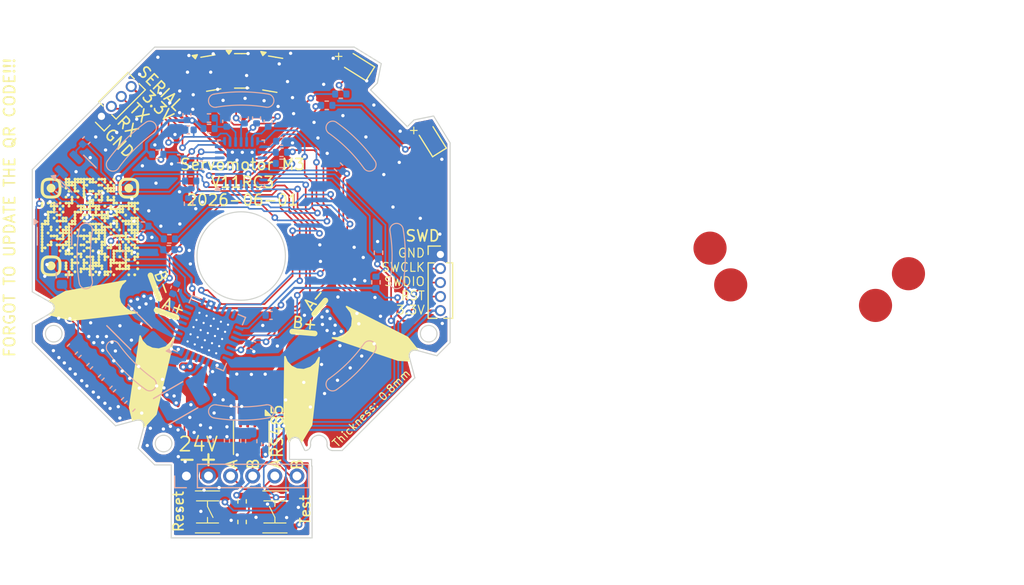
<source format=kicad_pcb>
(kicad_pcb (version 20240108) (generator "pcbnew") (generator_version "8.0")
  (title_block (title "Servo motor stepper M3") (date "2024-10-30") (rev "V11RC3"))
  (layers (0 "F.Cu" signal) (31 "B.Cu" signal) (34 "B.Paste" user) (35 "F.Paste" user) (36 "B.SilkS" user "B.Silkscreen") (37 "F.SilkS" user "F.Silkscreen") (38 "B.Mask" user) (39 "F.Mask" user) (44 "Edge.Cuts" user))
  (net 0 "")
  (net 1 "GND")
  (net 2 "/index/schTop/RS485_B")
  (net 3 "+24V")
  (net 4 "/index/schTop/RS485_A")
  (net 5 "+3.3V")
  (net 6 "/index/schTop/HALL1")
  (net 7 "/index/schTop/RESET")
  (net 8 "/index/schTop/HALL2")
  (net 9 "/index/schTop/HALL3")
  (net 10 "unconnected-(U1-VREF-Pad17)")
  (net 11 "Net-(U1-CP2)")
  (net 12 "/index/schTop/REF24")
  (net 13 "/index/schTop/TEMPERATURE")
  (net 14 "Net-(U1-CP1)")
  (net 15 "unconnected-(U1-VCP-Pad6)")
  (net 16 "/index/schTop/UART2 RX")
  (net 17 "/index/schTop/UART2 TX")
  (net 18 "/index/schTop/SWCLK")
  (net 19 "/index/schTop/SWDIO")
  (net 20 "unconnected-(U1-SENSE1-Pad23)")
  (net 21 "unconnected-(U1-SENSE2-Pad27)")
  (net 24 "/index/schTop/~{MENABLE}")
  (net 25 "/index/schTop/LED_GREEN")
  (net 26 "/index/schTop/LED_RED")
  (net 27 "/index/schTop/RS485_EN")
  (net 28 "/index/schTop/~{nFAULT}")
  (net 29 "/index/schTop/OVER_VOLTAGE")
  (net 30 "/index/schTop/IMCONTROL")
  (net 31 "/index/schTop/PWMOV")
  (net 32 "/index/schTop/B+")
  (net 33 "/index/schTop/STEP")
  (net 34 "/index/schTop/DIR")
  (net 36 "/index/schTop/A+")
  (net 37 "/index/schTop/A-")
  (net 38 "/index/schTop/B-")
  (net 39 "/index/schTop/RS485_D")
  (net 40 "/index/schTop/RS485_R")
  (net 41 "unconnected-(D1-A-Pad2)")
  (net 42 "unconnected-(D2-A-Pad2)")
  (net 43 "+5V")
  (net 45 "/index/schTop/~{INDEX}")
  (net 46 "Net-(U3--)")
  (net 47 "Net-(R8-Pad2)")
  (net 48 "/index/schTop/VIO")
  (net 49 "Net-(U3-+)")
  (footprint "servo_motor:TS3735PA-250gf" (layer "F.Cu") (at 146.5 116.4 -90)
    (property "Reference" "SW2" (hide yes))
    (property "Value" "TS3735PA-250gf")
  )
  (footprint "servo_motor:Pad_3mm_TopOnly" (layer "F.Cu") (at 140.08 96.75)
    (property "Reference" "J8" (hide yes))
    (property "Value" "Conn_01x01_Socket" (hide yes))
  )
  (footprint "Package_TO_SOT_SMD:SOT-23" (layer "F.Cu") (at 149.6 76.5)
    (property "Reference" "U7" (hide yes))
    (property "Value" "AH49HSC")
  )
  (footprint "Package_TO_SOT_SMD:SOT-23" (layer "F.Cu") (at 146.8 76.7 9.6)
    (property "Reference" "U4" (hide yes))
    (property "Value" "AH49HSC")
  )
  (footprint "" (layer "F.Cu") (at 193.831744 95.860128)
    (property "Reference" "")
    (property "Value" "")
  )
  (footprint "" (layer "F.Cu") (at 206.931744 97.720128)
    (property "Reference" "")
    (property "Value" "")
  )
  (footprint "servo_motor:Pad_3mm_TopOnly" (layer "F.Cu") (at 141.95 100.07)
    (property "Reference" "J3" (hide yes))
    (property "Value" "Conn_01x01_Socket" (hide yes))
  )
  (footprint "Connector_PinHeader_1.27mm:PinHeader_1x05_P1.27mm_Vertical" (layer "F.Cu") (at 167.57 93.11)
    (property "Reference" "J2" (hide yes))
    (property "Value" "01x05 male P=1.27mm")
  )
  (footprint "LED_SMD:LED_0603_1608Metric" (layer "F.Cu") (at 166.7 82.62 122)
    (property "Reference" "D2" (hide yes))
    (property "Value" "MHT192UGCT")
  )
  (footprint "Connector_PinHeader_1.27mm:PinHeader_1x04_P1.27mm_Vertical" (layer "F.Cu") (at 136.906497 80.613503 135)
    (property "Reference" "J1" (hide yes))
    (property "Value" "01x04 male P=1.27mm")
  )
  (footprint "Resistor_SMD:R_0402_1005Metric" (layer "F.Cu") (at 149.63 115.45 90)
    (property "Reference" "R2" (hide yes))
    (property "Value" "10k")
  )
  (footprint "Package_DFN_QFN:DFN-8-1EP_3x3mm_P0.65mm_EP1.5x2.25mm" (layer "F.Cu") (at 150.4625 109.697501 -90)
    (property "Reference" "U10" (hide yes))
    (property "Value" "SIT3088E")
  )
  (footprint "servo_motor:TS3735PA-250gf" (layer "F.Cu") (at 152.6 116.4 90)
    (property "Reference" "SW1" (hide yes))
    (property "Value" "TS3735PA-250gf")
  )
  (footprint "" (layer "F.Cu") (at 209.911744 94.850128)
    (property "Reference" "")
    (property "Value" "")
  )
  (footprint "servo_motor:Pad_3mm_TopOnly" (layer "F.Cu") (at 158.03 99.06)
    (property "Reference" "J6" (hide yes))
    (property "Value" "Conn_01x01_Socket" (hide yes))
  )
  (footprint "" (layer "F.Cu") (at 191.961744 92.540128)
    (property "Reference" "")
    (property "Value" "")
  )
  (footprint "Package_TO_SOT_SMD:SOT-23" (layer "F.Cu") (at 152.4 76.8 -9.6)
    (property "Reference" "U6" (hide yes))
    (property "Value" "AH49HSC")
  )
  (footprint "LED_SMD:LED_0603_1608Metric" (layer "F.Cu") (at 159.969056 75.979055 148)
    (property "Reference" "D1" (hide yes))
    (property "Value" "KT-0603R")
  )
  (footprint "Resistor_SMD:R_0402_1005Metric" (layer "F.Cu") (at 149.63 117.31 -90)
    (property "Reference" "R17" (hide yes))
    (property "Value" "10k")
  )
  (footprint "servo_motor:Pad_3mm_TopOnly" (layer "F.Cu") (at 155.05 101.93)
    (property "Reference" "J7" (hide yes))
    (property "Value" "Conn_01x01_Socket" (hide yes))
  )
  (footprint "LOGO" (layer "F.Cu") (at 135.88 90.64)
    (property "Reference" "G***" (hide yes))
    (property "Value" "LOGO" (hide yes))
  )
  (footprint "Package_DFN_QFN:QFN-28_4x4mm_P0.5mm" (layer "B.Cu") (at 149.54 84.87)
    (property "Reference" "U2" (hide yes))
    (property "Value" "STM32G031G8Ux")
  )
  (footprint "Capacitor_SMD:C_0603_1608Metric" (layer "B.Cu") (at 139.48 106.84 -135)
    (property "Reference" "C7" (hide yes))
    (property "Value" "10uF")
  )
  (footprint "Package_TO_SOT_SMD:SOT-23-3" (layer "B.Cu") (at 132.66 91.46 -90)
    (property "Reference" "U11" (hide yes))
    (property "Value" "XC6206PxxxMR")
  )
  (footprint "Capacitor_SMD:C_0603_1608Metric" (layer "B.Cu") (at 138.45 105.8 -135)
    (property "Reference" "C14" (hide yes))
    (property "Value" "10uF")
  )
  (footprint "Resistor_SMD:R_0402_1005Metric" (layer "B.Cu") (at 146.64 81.72 180)
    (property "Reference" "R29" (hide yes))
    (property "Value" "4.7k")
  )
  (footprint "Capacitor_SMD:C_0603_1608Metric" (layer "B.Cu") (at 149 109.97 -90)
    (property "Reference" "C16" (hide yes))
    (property "Value" "10uF")
  )
  (footprint "Resistor_SMD:R_0402_1005Metric" (layer "B.Cu") (at 161.97 92.95 -90)
    (property "Reference" "R4" (hide yes))
    (property "Value" "10k")
  )
  (footprint "Resistor_SMD:R_2010_5025Metric" (layer "B.Cu") (at 139.43 99.67 -45)
    (property "Reference" "R3" (hide yes))
    (property "Value" "150m")
  )
  (footprint "Resistor_SMD:R_0402_1005Metric" (layer "B.Cu") (at 144.79 88.52 90)
    (property "Reference" "R23" (hide yes))
    (property "Value" "10k")
  )
  (footprint "Capacitor_SMD:C_0402_1005Metric" (layer "B.Cu") (at 150.62 101.33 -22.5)
    (property "Reference" "C1" (hide yes))
    (property "Value" "10nF" (hide yes))
  )
  (footprint "Resistor_SMD:R_0402_1005Metric" (layer "B.Cu") (at 144.98 86.46 180)
    (property "Reference" "R8" (hide yes))
    (property "Value" "1.5k")
  )
  (footprint "Resistor_SMD:R_0402_1005Metric" (layer "B.Cu") (at 157.29 79.62)
    (property "Reference" "R11" (hide yes))
    (property "Value" "470R")
  )
  (footprint "Capacitor_SMD:C_0402_1005Metric" (layer "B.Cu") (at 133.1 87.21 -45)
    (property "Reference" "C30" (hide yes))
    (property "Value" "100pF")
  )
  (footprint "Resistor_SMD:R_0402_1005Metric" (layer "B.Cu") (at 143 92.68 180)
    (property "Reference" "R6" (hide yes))
    (property "Value" "10k")
  )
  (footprint "Resistor_SMD:R_0402_1005Metric" (layer "B.Cu") (at 161.74 95.63 -90)
    (property "Reference" "R5" (hide yes))
    (property "Value" "10k")
  )
  (footprint "Capacitor_SMD:C_0402_1005Metric" (layer "B.Cu") (at 151.76 110.26 -90)
    (property "Reference" "C35" (hide yes))
    (property "Value" "100nF" (hide yes))
  )
  (footprint "Capacitor_SMD:C_0402_1005Metric" (layer "B.Cu") (at 132.81 88.9 180)
    (property "Reference" "C5" (hide yes))
    (property "Value" "4.7uF")
  )
  (footprint "Capacitor_SMD:C_0402_1005Metric" (layer "B.Cu") (at 136.81 88.02)
    (property "Reference" "C22" (hide yes))
    (property "Value" "1uF")
  )
  (footprint "Package_TO_SOT_SMD:SOT-23-5" (layer "B.Cu") (at 134.76 85.8 -45)
    (property "Reference" "U3" (hide yes))
    (property "Value" "LM321")
  )
  (footprint "Resistor_SMD:R_0402_1005Metric" (layer "B.Cu") (at 142 84.05 180)
    (property "Reference" "R15" (hide yes))
    (property "Value" "10k")
  )
  (footprint "Capacitor_SMD:C_0402_1005Metric" (layer "B.Cu") (at 135.54 82.79 45)
    (property "Reference" "C28" (hide yes))
    (property "Value" "100nF" (hide yes))
  )
  (footprint "Capacitor_SMD:C_0402_1005Metric" (layer "B.Cu") (at 148.24 81.07 90)
    (property "Reference" "C41" (hide yes))
    (property "Value" "100nF" (hide yes))
  )
  (footprint "Connector_PinSocket_2.00mm:PinSocket_1x06_P2.00mm_Vertical" (layer "B.Cu") (at 144.59 113.15 -90)
    (property "Reference" "J4" (hide yes))
    (property "Value" "Conn_01x06_Socket")
  )
  (footprint "Resistor_SMD:R_0603_1608Metric" (layer "B.Cu") (at 133.34 94.99 90)
    (property "Reference" "R27" (hide yes))
    (property "Value" "18k")
  )
  (footprint "Capacitor_SMD:C_0603_1608Metric" (layer "B.Cu") (at 150.46 110 -90)
    (property "Reference" "C12" (hide yes))
    (property "Value" "10uF")
  )
  (footprint "Capacitor_SMD:C_0402_1005Metric" (layer "B.Cu") (at 152.24 98.62)
    (property "Reference" "C6" (hide yes))
    (property "Value" "1uF")
  )
  (footprint "Resistor_SMD:R_0402_1005Metric" (layer "B.Cu") (at 158.359375 85.209375 -45)
    (property "Reference" "R13" (hide yes))
    (property "Value" "10k")
  )
  (footprint "Resistor_SMD:R_0402_1005Metric" (layer "B.Cu") (at 143.05 91.7 180)
    (property "Reference" "R24" (hide yes))
    (property "Value" "10k")
  )
  (footprint "Capacitor_SMD:C_0402_1005Metric" (layer "B.Cu") (at 149.84 80.77 90)
    (property "Reference" "C17" (hide yes))
    (property "Value" "1nF")
  )
  (footprint "Capacitor_SMD:C_0402_1005Metric" (layer "B.Cu") (at 144.64 80.47 90)
    (property "Reference" "C9" (hide yes))
    (property "Value" "1uF")
  )
  (footprint "Resistor_SMD:R_2010_5025Metric" (layer "B.Cu") (at 143.62 106.56 30)
    (property "Reference" "R1" (hide yes))
    (property "Value" "150m")
  )
  (footprint "Resistor_SMD:R_0402_1005Metric" (layer "B.Cu") (at 158.56 78.6)
    (property "Reference" "R12" (hide yes))
    (property "Value" "1.5k")
  )
  (footprint "Resistor_SMD:R_0402_1005Metric" (layer "B.Cu") (at 153.19 83.87)
    (property "Reference" "R22" (hide yes))
    (property "Value" "10k")
  )
  (footprint "Resistor_SMD:R_0402_1005Metric" (layer "B.Cu") (at 140.66 90.55 180)
    (property "Reference" "R26" (hide yes))
    (property "Value" "1.5k")
  )
  (footprint "Package_DFN_QFN:QFN-28-1EP_5x5mm_P0.5mm_EP3.75x3.75mm_ThermalVias" (layer "B.Cu") (at 146.53 100.22 -22.5)
    (property "Reference" "U1" (hide yes))
    (property "Value" "ATD5833")
  )
  (footprint "Capacitor_SMD:C_0402_1005Metric" (layer "B.Cu") (at 143.060162 98.00783 67.5)
    (property "Reference" "C2" (hide yes))
    (property "Value" "100nF" (hide yes))
  )
  (footprint "Capacitor_SMD:C_0402_1005Metric" (layer "B.Cu") (at 153.19 82.87)
    (property "Reference" "C36" (hide yes))
    (property "Value" "100nF" (hide yes))
  )
  (footprint "Capacitor_SMD:C_0603_1608Metric" (layer "B.Cu") (at 136.37 103.73 -135)
    (property "Reference" "C15" (hide yes))
    (property "Value" "10uF")
  )
  (footprint "Resistor_SMD:R_0402_1005Metric" (layer "B.Cu") (at 146.64 80.77 180)
    (property "Reference" "TH1" (hide yes))
    (property "Value" "100k 1% NTC")
  )
  (footprint "Capacitor_SMD:C_0603_1608Metric" (layer "B.Cu") (at 146.02 109.94 -90)
    (property "Reference" "C8" (hide yes))
    (property "Value" "10uF")
  )
  (footprint "Capacitor_SMD:C_0402_1005Metric" (layer "B.Cu") (at 144.77 81.84 180)
    (property "Reference" "C21" (hide yes))
    (property "Value" "100nF")
  )
  (footprint "Capacitor_SMD:C_0402_1005Metric" (layer "B.Cu") (at 138.96 93.15)
    (property "Reference" "C4" (hide yes))
    (property "Value" "4.7uF")
  )
  (footprint "Capacitor_SMD:C_0603_1608Metric" (layer "B.Cu") (at 147.52 109.94 -90)
    (property "Reference" "C13" (hide yes))
    (property "Value" "10uF")
  )
  (footprint "Capacitor_SMD:C_0402_1005Metric" (layer "B.Cu") (at 143.54 96.21 -112.5)
    (property "Reference" "C3" (hide yes))
    (property "Value" "100nF" (hide yes))
  )
  (footprint "Capacitor_SMD:C_0402_1005Metric" (layer "B.Cu") (at 150.94 80.77 90)
    (property "Reference" "C20" (hide yes))
    (property "Value" "1nF" (hide yes))
  )
  (footprint "Capacitor_SMD:C_0402_1005Metric" (layer "B.Cu") (at 145.94 85.02 180)
    (property "Reference" "C37" (hide yes))
    (property "Value" "100nF" (hide yes))
  )
  (footprint "Capacitor_SMD:C_0603_1608Metric" (layer "B.Cu") (at 135.33 102.7 -135)
    (property "Reference" "C10" (hide yes))
    (property "Value" "10uF")
  )
  (footprint "Capacitor_SMD:C_0603_1608Metric" (layer "B.Cu") (at 134.28 101.67 -135)
    (property "Reference" "C11" (hide yes))
    (property "Value" "10uF")
  )
  (footprint "Capacitor_SMD:C_0402_1005Metric" (layer "B.Cu") (at 151.99 81.07 90)
    (property "Reference" "C23" (hide yes))
    (property "Value" "1nF")
  )
  (footprint "Capacitor_SMD:C_0603_1608Metric" (layer "B.Cu") (at 137.41 104.76 -135)
    (property "Reference" "C19" (hide yes))
    (property "Value" "10uF")
  )
  (footprint "Resistor_SMD:R_0402_1005Metric" (layer "B.Cu") (at 153.19 84.87)
    (property "Reference" "R25" (hide yes))
    (property "Value" "10k")
  )
  (footprint "Capacitor_SMD:C_0402_1005Metric" (layer "B.Cu") (at 143.9 84.45 180)
    (property "Reference" "C18" (hide yes))
    (property "Value" "100nF" (hide yes))
  )
  (gr_arc (start 141.623335 104.362643) (mid 141.763365 105.199522) (end 140.926491 105.339582) (stroke (width 0.1)) (layer "B.SilkS"))
  (gr_arc (start 138.437253 85.323371) (mid 139.897916 83.597952) (end 141.623335 82.13729) (stroke (width 0.1)) (layer "B.SilkS"))
  (gr_arc (start 161.639545 101.873405) (mid 160.050467 103.750503) (end 158.173369 105.339582) (stroke (width 0.1)) (layer "B.SilkS"))
  (gr_arc (start 140.926491 105.339582) (mid 139.049394 103.750502) (end 137.460314 101.873405) (stroke (width 0.1)) (layer "B.SilkS"))
  (gr_arc (start 134.903589 90.799009) (mid 135.594402 90.306191) (end 136.087131 90.997067) (stroke (width 0.1)) (layer "B.SilkS"))
  (gr_arc (start 137.460314 84.626528) (mid 139.049404 82.749441) (end 140.926491 81.160351) (stroke (width 0.1)) (layer "B.SilkS"))
  (gr_arc (start 158.173369 81.160351) (mid 160.050459 82.749438) (end 161.639545 84.626528) (stroke (width 0.1)) (layer "B.SilkS"))
  (gr_arc (start 163.012728 90.997067) (mid 163.505463 90.306224) (end 164.196271 90.799009) (stroke (width 0.1)) (layer "B.SilkS"))
  (gr_arc (start 147.29703 79.787168) (mid 149.54993 79.599966) (end 151.80283 79.787168) (stroke (width 0.1)) (layer "B.SilkS"))
  (gr_arc (start 160.662607 101.176562) (mid 159.201932 102.901968) (end 157.476525 104.362643) (stroke (width 0.1)) (layer "B.SilkS"))
  (gr_arc (start 158.173369 105.339582) (mid 157.336441 105.199561) (end 157.476525 104.362643) (stroke (width 0.1)) (layer "B.SilkS"))
  (gr_arc (start 151.80283 106.712765) (mid 149.54993 106.899966) (end 147.29703 106.712765) (stroke (width 0.1)) (layer "B.SilkS"))
  (gr_arc (start 136.087131 95.502866) (mid 135.594384 96.193639) (end 134.903589 95.700923) (stroke (width 0.1)) (layer "B.SilkS"))
  (gr_arc (start 152.000887 107.896308) (mid 149.54993 108.099966) (end 147.098973 107.896308) (stroke (width 0.1)) (layer "B.SilkS"))
  (gr_arc (start 152.000887 78.603625) (mid 152.493668 79.294432) (end 151.80283 79.787168) (stroke (width 0.1)) (layer "B.SilkS"))
  (gr_arc (start 157.476525 82.13729) (mid 159.201937 83.597959) (end 160.662607 85.323371) (stroke (width 0.1)) (layer "B.SilkS"))
  (gr_arc (start 147.098973 78.603625) (mid 149.54993 78.399966) (end 152.000887 78.603625) (stroke (width 0.1)) (layer "B.SilkS"))
  (gr_arc (start 140.926491 81.160351) (mid 141.763365 81.300412) (end 141.623335 82.13729) (stroke (width 0.1)) (layer "B.SilkS"))
  (gr_arc (start 157.476525 82.13729) (mid 157.336445 81.300375) (end 158.173369 81.160351) (stroke (width 0.1)) (layer "B.SilkS"))
  (gr_arc (start 134.903589 95.700923) (mid 134.699936 93.249966) (end 134.903589 90.799009) (stroke (width 0.1)) (layer "B.SilkS"))
  (gr_arc (start 151.80283 106.712765) (mid 152.493648 107.205505) (end 152.000887 107.896308) (stroke (width 0.1)) (layer "B.SilkS"))
  (gr_arc (start 163.012728 90.997067) (mid 163.199941 93.249966) (end 163.012728 95.502866) (stroke (width 0.1)) (layer "B.SilkS"))
  (gr_arc (start 137.460314 101.873405) (mid 137.600373 101.03653) (end 138.437253 101.176562) (stroke (width 0.1)) (layer "B.SilkS"))
  (gr_arc (start 164.196271 95.700923) (mid 163.505468 96.193675) (end 163.012728 95.502866) (stroke (width 0.1)) (layer "B.SilkS"))
  (gr_arc (start 161.639545 84.626528) (mid 161.499535 85.463471) (end 160.662607 85.323371) (stroke (width 0.1)) (layer "B.SilkS"))
  (gr_arc (start 160.662607 101.176562) (mid 161.499514 101.03649) (end 161.639545 101.873405) (stroke (width 0.1)) (layer "B.SilkS"))
  (gr_arc (start 164.196271 90.799009) (mid 164.399936 93.249966) (end 164.196271 95.700923) (stroke (width 0.1)) (layer "B.SilkS"))
  (gr_arc (start 147.29703 79.787168) (mid 146.606231 79.294425) (end 147.098973 78.603625) (stroke (width 0.1)) (layer "B.SilkS"))
  (gr_arc (start 136.087131 95.502866) (mid 135.899937 93.249966) (end 136.087131 90.997067) (stroke (width 0.1)) (layer "B.SilkS"))
  (gr_arc (start 138.437253 85.323371) (mid 137.600383 85.46339) (end 137.460314 84.626528) (stroke (width 0.1)) (layer "B.SilkS"))
  (gr_arc (start 147.098973 107.896308) (mid 146.606187 107.2055) (end 147.29703 106.712765) (stroke (width 0.1)) (layer "B.SilkS"))
  (gr_arc (start 141.623335 104.362643) (mid 139.897915 102.901982) (end 138.437253 101.176562) (stroke (width 0.1)) (layer "B.SilkS"))
  (gr_poly (pts (xy 164.804344 102.727523) (xy 164.71 102.27) (xy 164.815053 101.925053) (xy 165.12 101.74) (xy 165.507532 101.76) (xy 164.608353 100.623101) (xy 159.08 97.826697) (xy 159.47 98.330929) (xy 159.63 98.890508) (xy 159.57 99.576806) (xy 159.31 100.035421) (xy 158.831448 100.466191) (xy 158.294582 100.664788) (xy 157.810745 100.66079) (xy 163.73 102.66)) (stroke (width 0.15)) (fill solid) (layer "F.SilkS"))
  (gr_line (start 156.148256 98.489872) (end 157.171743 97.270128) (stroke (width 0.5)) (layer "F.SilkS"))
  (gr_poly (pts (xy 132.15 97.34) (xy 132.5 97.535149) (xy 132.68 97.98) (xy 132.470476 98.300476) (xy 132.162262 98.53) (xy 134.22 99.05) (xy 140.13 98.37) (xy 139.49 98.25) (xy 139.025443 97.968312) (xy 138.633441 97.480433) (xy 138.491039 96.974255) (xy 138.502311 96.353782) (xy 138.741502 95.833732) (xy 139.086453 95.494434) (xy 133.65 96.48)) (stroke (width 0.15)) (fill solid) (layer "F.SilkS"))
  (gr_line (start 141.888034 98.145351) (end 143.671965 98.794649) (stroke (width 0.5)) (layer "F.SilkS"))
  (gr_poly (pts (xy 139.75 108.16) (xy 140.094547 108.064547) (xy 140.49 108.09) (xy 140.72 108.33) (xy 140.740695 108.746231) (xy 141.83 107.56) (xy 143.472142 100.61) (xy 143.193299 101.093299) (xy 142.744828 101.484828) (xy 142.1 101.68) (xy 141.51 101.61) (xy 140.981071 101.362141) (xy 140.592142 100.942142) (xy 140.410679 100.493604) (xy 139.46 106.95)) (stroke (width 0.15)) (fill solid) (layer "F.SilkS"))
  (gr_line (start 154.167763 100.082202) (end 156.2 100.26) (stroke (width 0.5)) (layer "F.SilkS"))
  (gr_poly (pts (xy 153.894058 110.064058) (xy 154.047366 109.78083) (xy 154.42 109.62) (xy 154.77 109.75) (xy 154.99 110.06) (xy 155.91 108.53) (xy 156.597341 102.437341) (xy 156.295918 102.965918) (xy 155.83 103.34) (xy 155.21 103.54) (xy 154.58 103.477858) (xy 154.078929 103.23) (xy 153.69 102.81) (xy 153.508537 102.361463) (xy 153.43 108.42)) (stroke (width 0.15)) (fill solid) (layer "F.SilkS"))
  (gr_line (start 141.336937 94.997544) (end 142.103062 97.102455) (stroke (width 0.5)) (layer "F.SilkS"))
  (gr_line (start 141.721364 74.35) (end 130.65 85.421364) (stroke (width 0.1)) (layer "Edge.Cuts"))
  (gr_arc (start 140.117758 108.09116) (mid 140.615466 108.215712) (end 140.741429 108.713065) (stroke (width 0.1)) (layer "Edge.Cuts"))
  (gr_arc (start 154.42 109.65) (mid 154.693669 109.731535) (end 154.878068 109.949572) (stroke (width 0.1)) (layer "Edge.Cuts"))
  (gr_line (start 168.45 83.02) (end 166.955654 80.581449) (stroke (width 0.1)) (layer "Edge.Cuts"))
  (gr_line (start 143.221421 112.15) (end 143.221421 118.75) (stroke (width 0.1)) (layer "Edge.Cuts"))
  (gr_line (start 165.38766 101.775533) (end 167.253227 102.275409) (stroke (width 0.1)) (layer "Edge.Cuts"))
  (gr_line (start 167.253227 102.275409) (end 168.45 101.078636) (stroke (width 0.1)) (layer "Edge.Cuts"))
  (gr_arc (start 155.826003 110.294541) (mid 155.716578 110.665959) (end 155.374788 110.847902) (stroke (width 0.1)) (layer "Edge.Cuts"))
  (gr_line (start 158.678636 110.85) (end 157.813728 110.85) (stroke (width 0.1)) (layer "Edge.Cuts"))
  (gr_arc (start 153.92 110.149853) (mid 154.066451 109.796325) (end 154.42 109.65) (stroke (width 0.1)) (layer "Edge.Cuts"))
  (gr_line (start 130.65 99.38172) (end 130.65 101.078636) (stroke (width 0.1)) (layer "Edge.Cuts"))
  (gr_arc (start 157.813728 110.85) (mid 157.441065 110.683374) (end 157.316749 110.294541) (stroke (width 0.1)) (layer "Edge.Cuts"))
  (gr_line (start 164.762164 102.398275) (end 165.262623 104.266014) (stroke (width 0.1)) (layer "Edge.Cuts"))
  (gr_arc (start 155.374788 110.847902) (mid 155.31688 110.835517) (end 155.276035 110.792662) (stroke (width 0.1)) (layer "Edge.Cuts"))
  (gr_circle (center 132.590768 100.276502) (end 133.340768 100.276502) (stroke (width 0.1)) (fill none) (layer "Edge.Cuts"))
  (gr_line (start 155.961421 112.25) (end 155.961421 118.75) (stroke (width 0.1)) (layer "Edge.Cuts"))
  (gr_line (start 141.721364 112.15) (end 143.221421 112.15) (stroke (width 0.1)) (layer "Edge.Cuts"))
  (gr_line (start 159.78 74.35) (end 162.218551 75.844346) (stroke (width 0.1)) (layer "Edge.Cuts"))
  (gr_line (start 154.878068 109.949572) (end 155.276035 110.792662) (stroke (width 0.1)) (layer "Edge.Cuts"))
  (gr_line (start 168.45 101.078636) (end 168.45 83.02) (stroke (width 0.1)) (layer "Edge.Cuts"))
  (gr_line (start 155.92 111.65) (end 155.92 112.25) (stroke (width 0.1)) (layer "Edge.Cuts"))
  (gr_arc (start 164.762164 102.398275) (mid 164.88801 101.899175) (end 165.38766 101.775533) (stroke (width 0.1)) (layer "Edge.Cuts"))
  (gr_arc (start 155.826003 110.294541) (mid 156.571376 109.461359) (end 157.316749 110.294541) (stroke (width 0.1)) (layer "Edge.Cuts"))
  (gr_line (start 153.92 110.149853) (end 153.92 111.65) (stroke (width 0.1)) (layer "Edge.Cuts"))
  (gr_circle (center 142.528624 110.211359) (end 143.278624 110.211359) (stroke (width 0.1)) (fill none) (layer "Edge.Cuts"))
  (gr_line (start 165.190609 80.93446) (end 164.576853 81.548217) (stroke (width 0.1)) (layer "Edge.Cuts"))
  (gr_line (start 153.92 111.65) (end 155.92 111.65) (stroke (width 0.1)) (layer "Edge.Cuts"))
  (gr_circle (center 166.509232 100.276502) (end 167.259232 100.276502) (stroke (width 0.1)) (fill none) (layer "Edge.Cuts"))
  (gr_line (start 130.65 85.421364) (end 130.65 96.495553) (stroke (width 0.1)) (layer "Edge.Cuts"))
  (gr_line (start 162.218551 75.844346) (end 161.86554 77.609391) (stroke (width 0.1)) (layer "Edge.Cuts"))
  (gr_arc (start 132.38613 97.497908) (mid 132.650028 97.939112) (end 132.38532 98.379831) (stroke (width 0.1)) (layer "Edge.Cuts"))
  (gr_line (start 130.65 101.078636) (end 138.181376 108.610012) (stroke (width 0.1)) (layer "Edge.Cuts"))
  (gr_line (start 166.955654 80.581449) (end 165.190609 80.93446) (stroke (width 0.1)) (layer "Edge.Cuts"))
  (gr_line (start 132.38532 98.379831) (end 130.65 99.38172) (stroke (width 0.1)) (layer "Edge.Cuts"))
  (gr_line (start 158.678636 110.85) (end 165.262623 104.266014) (stroke (width 0.1)) (layer "Edge.Cuts"))
  (gr_line (start 132.38613 97.497908) (end 130.65 96.495553) (stroke (width 0.1)) (layer "Edge.Cuts"))
  (gr_line (start 161.251783 78.223147) (end 164.576853 81.548217) (stroke (width 0.1)) (layer "Edge.Cuts"))
  (gr_line (start 140.741429 108.713065) (end 140.222203 110.65084) (stroke (width 0.1)) (layer "Edge.Cuts"))
  (gr_circle (center 149.55 93.25) (end 153.55 93.25) (stroke (width 0.1)) (fill none) (layer "Edge.Cuts"))
  (gr_line (start 161.86554 77.609391) (end 161.251783 78.223147) (stroke (width 0.1)) (layer "Edge.Cuts"))
  (gr_line (start 141.721364 74.35) (end 159.78 74.35) (stroke (width 0.1)) (layer "Edge.Cuts"))
  (gr_line (start 140.222203 110.65084) (end 141.721364 112.15) (stroke (width 0.1)) (layer "Edge.Cuts"))
  (gr_line (start 140.117758 108.09116) (end 138.181376 108.610012) (stroke (width 0.1)) (layer "Edge.Cuts"))
  (gr_line (start 143.221421 118.75) (end 155.961421 118.75) (stroke (width 0.1)) (layer "Edge.Cuts"))
  (gr_line (start 155.92 112.25) (end 155.961421 112.25) (stroke (width 0.1)) (layer "Edge.Cuts"))
  (gr_text "FORGOT TO UPDATE THE QR CODE!!!" (at 129.18 102.49 90) (layer "F.SilkS") (effects (font (size 1 1)) (justify left bottom)))
  (gr_text "+" (at 145.65 112.34 0) (layer "F.SilkS") (effects (font (size 1.3 1.3) (thickness 0.2)) (justify left bottom)))
  (gr_text "Reset" (at 144.41 118.31 90) (layer "F.SilkS") (effects (font (size 0.9 0.9)) (justify left bottom)))
  (gr_text "+" (at 164.6 82.3 0) (layer "F.SilkS") (effects (font (size 0.8 0.8) (thickness 0.1)) (justify left bottom)))
  (gr_text "3.3V\nTX\nRX\nGND" (at 136.96 82.31 -45) (layer "F.SilkS") (effects (font (size 1 1)) (justify left bottom)))
  (gr_text "B" (at 151.22 112.66 90) (layer "F.SilkS") (effects (font (size 1 1)) (justify left bottom)))
  (gr_text "Servomotor M3\n${REVISION}\n${CURRENT_DATE}" (at 149.67 88.77 0) (layer "F.SilkS") (effects (font (size 1 1)) (justify bottom)))
  (gr_text "RS485" (at 153.4 111.6 90) (layer "F.SilkS") (effects (font (size 1 1)) (justify left bottom)))
  (gr_text "SWD" (at 164.32 92.01 0) (layer "F.SilkS") (effects (font (size 1 1)) (justify left bottom)))
  (gr_text "-" (at 143.72 112.35 0) (layer "F.SilkS") (effects (font (size 1.3 1.3) (thickness 0.2)) (justify left bottom)))
  (gr_text "B" (at 155.21 112.71 90) (layer "F.SilkS") (effects (font (size 1 1)) (justify left bottom)))
  (gr_text "Thickness: 0.8mm" (at 158.23 110.69 45) (layer "F.SilkS") (effects (font (size 0.7 0.7) (thickness 0.1)) (justify left bottom)))
  (gr_text "Test" (at 155.87 117.68 90) (layer "F.SilkS") (effects (font (size 0.9 0.9)) (justify left bottom)))
  (gr_text "+" (at 157.8 75.6 0) (layer "F.SilkS") (effects (font (size 0.8 0.8) (thickness 0.1)) (justify left bottom)))
  (gr_text "A+" (at 142.19 97.98 340) (layer "F.SilkS") (effects (font (size 1 1)) (justify left bottom)))
  (gr_text "GND\nSWCLK\nSWDIO\nRST\n3.3V" (at 166.23 98.6 0) (layer "F.SilkS") (effects (font (size 0.8 0.8) (thickness 0.1)) (justify right bottom)))
  (gr_text "24V" (at 143.77 111.03 0) (layer "F.SilkS") (effects (font (size 1.3 1.3)) (justify left bottom)))
  (gr_text "B-" (at 141.54 94.73 290) (layer "F.SilkS") (effects (font (size 1 1)) (justify left bottom)))
  (gr_text "SERIAL" (at 139.974557 76.65 -45) (layer "F.SilkS") (effects (font (size 1 1)) (justify left bottom)))
  (gr_text "A" (at 149.28 112.61 90) (layer "F.SilkS") (effects (font (size 1 1)) (justify left bottom)))
  (gr_text "B+" (at 154.04 99.81 355) (layer "F.SilkS") (effects (font (size 1 1)) (justify left bottom)))
  (gr_text "A-" (at 155.89 98.38 50) (layer "F.SilkS") (effects (font (size 1 1)) (justify left bottom)))
  (gr_text "A" (at 153.24 112.58 90) (layer "F.SilkS") (effects (font (size 1 1)) (justify left bottom)))
  (segment (start 151.79 76.72) (end 153.158025 76.72) (width 0.2) (layer "F.Cu") (net 1))
  (segment (start 151.49 76.42) (end 151.79 76.72) (width 0.2) (layer "F.Cu") (net 1))
  (segment (start 148.29 76.42) (end 151.49 76.42) (width 0.2) (layer "F.Cu") (net 1))
  (via (at 154.02 74.91) (size 0.6) (drill 0.3) (layers "F.Cu" "B.Cu") (net 1))
  (via (at 144.48 111.85) (size 0.6) (drill 0.3) (layers "F.Cu" "B.Cu") (net 1))
  (via (at 160.9 77.4) (size 0.6) (drill 0.3) (layers "F.Cu" "B.Cu") (net 1))
  (via (at 159.41 103.37) (size 0.6) (drill 0.3) (layers "F.Cu" "B.Cu") (net 1))
  (via (at 154.19 78.92) (size 0.6) (drill 0.3) (layers "F.Cu" "B.Cu") (net 1))
  (via (at 162.45 85.88) (size 0.6) (drill 0.3) (layers "F.Cu" "B.Cu") (net 1))
  (via (at 150.42 85.03) (size 0.6) (drill 0.3) (layers "F.Cu" "B.Cu") (net 1))
  (via (at 138.58 99.56) (size 0.6) (drill 0.3) (layers "F.Cu" "B.Cu") (net 1))
  (via (at 137.69 107.04) (size 0.6) (drill 0.3) (layers "F.Cu" "B.Cu") (net 1))
  (via (at 143.976917 80.283083) (size 0.6) (drill 0.3) (layers "F.Cu" "B.Cu") (net 1))
  (via (at 163.93 81.96) (size 0.6) (drill 0.3) (layers "F.Cu" "B.Cu") (net 1))
  (via (at 150.69 101.89) (size 0.6) (drill 0.3) (layers "F.Cu" "B.Cu") (net 1))
  (via (at 138.43 106.88) (size 0.6) (drill 0.3) (layers "F.Cu" "B.Cu") (net 1))
  (via (at 154.72 115.99) (size 0.6) (drill 0.3) (layers "F.Cu" "B.Cu") (net 1))
  (via (at 141.84 86.66) (size 0.6) (drill 0.3) (layers "F.Cu" "B.Cu") (net 1))
  (via (at 147.91 79.17) (size 0.6) (drill 0.3) (layers "F.Cu" "B.Cu") (net 1))
  (via (at 149.17 84.58) (size 0.6) (drill 0.3) (layers "F.Cu" "B.Cu") (net 1))
  (via (at 149.65 83.87) (size 0.6) (drill 0.3) (layers "F.Cu" "B.Cu") (net 1))
  (via (at 137.02 101.08) (size 0.6) (drill 0.3) (layers "F.Cu" "B.Cu") (net 1))
  (via (at 134.61 85.62) (size 0.6) (drill 0.3) (layers "F.Cu" "B.Cu") (net 1))
  (via (at 143.081917 79.388083) (size 0.6) (drill 0.3) (layers "F.Cu" "B.Cu") (net 1))
  (via (at 139.62 100.86) (size 0.6) (drill 0.3) (layers "F.Cu" "B.Cu") (net 1))
  (via (at 150.17 74.936) (size 0.6) (drill 0.3) (layers "F.Cu" "B.Cu") (net 1))
  (via (at 139.89 92.92) (size 0.6) (drill 0.3) (layers "F.Cu" "B.Cu") (net 1))
  (via (at 160.191 99.38) (size 0.6) (drill 0.3) (layers "F.Cu" "B.Cu") (net 1))
  (via (at 145.44 88.97) (size 0.6) (drill 0.3) (layers "F.Cu" "B.Cu") (net 1))
  (via (at 155.27 98.61) (size 0.6) (drill 0.3) (layers "F.Cu" "B.Cu") (net 1))
  (via (at 140.27 103.24) (size 0.6) (drill 0.3) (layers "F.Cu" "B.Cu") (net 1))
  (via (at 141.74 83.2) (size 0.6) (drill 0.3) (layers "F.Cu" "B.Cu") (net 1))
  (via (at 137.86 101.05) (size 0.6) (drill 0.3) (layers "F.Cu" "B.Cu") (net 1))
  (via (at 137.06 87.55) (size 0.6) (drill 0.3) (layers "F.Cu" "B.Cu") (net 1))
  (via (at 145.21 78.66) (size 0.6) (drill 0.3) (layers "F.Cu" "B.Cu") (net 1))
  (via (at 138.17 101.84) (size 0.6) (drill 0.3) (layers "F.Cu" "B.Cu") (net 1))
  (via (at 139.65 88.07) (size 0.6) (drill 0.3) (layers "F.Cu" "B.Cu") (net 1))
  (via (at 137.22 106.57) (size 0.6) (drill 0.3) (layers "F.Cu" "B.Cu") (net 1))
  (via (at 146.19 114.43) (size 0.6) (drill 0.3) (layers "F.Cu" "B.Cu") (net 1))
  (via (at 163.85 84.78) (size 0.6) (drill 0.3) (layers "F.Cu" "B.Cu") (net 1))
  (via (at 136.22 101.09) (size 0.6) (drill 0.3) (layers "F.Cu" "B.Cu") (net 1))
  (via (at 158.300229 96.959771) (size 0.6) (drill 0.3) (layers "F.Cu" "B.Cu") (net 1))
  (via (at 142.28 94.72) (size 0.6) (drill 0.3) (layers "F.Cu" "B.Cu") (net 1))
  (via (at 135.59 105) (size 0.6) (drill 0.3) (layers "F.Cu" "B.Cu") (net 1))
  (via (at 135.76 100.53) (size 0.6) (drill 0.3) (layers "F.Cu" "B.Cu") (net 1))
  (via (at 136.55 100.54) (size 0.6) (drill 0.3) (layers "F.Cu" "B.Cu") (net 1))
  (via (at 161.65 97) (size 0.6) (drill 0.3) (layers "F.Cu" "B.Cu") (net 1))
  (via (at 158.26 104.49) (size 0.6) (drill 0.3) (layers "F.Cu" "B.Cu") (net 1))
  (via (at 148.75 83.86) (size 0.6) (drill 0.3) (layers "F.Cu" "B.Cu") (net 1))
  (via (at 133.9 92.7) (size 0.6) (drill 0.3) (layers "F.Cu" "B.Cu") (net 1))
  (via (at 131.84 89.49) (size 0.6) (drill 0.3) (layers "F.Cu" "B.Cu") (net 1))
  (via (at 158.75 80.55) (size 0.6) (drill 0.3) (layers "F.Cu" "B.Cu") (net 1))
  (via (at 142.279771 90.550229) (size 0.6) (drill 0.3) (layers "F.Cu" "B.Cu") (net 1))
  (via (at 141.19 89.16) (size 0.6) (drill 0.3) (layers "F.Cu" "B.Cu") (net 1))
  (via (at 156.66 92.24) (size 0.6) (drill 0.3) (layers "F.Cu" "B.Cu") (net 1))
  (via (at 157.87 75.36) (size 0.6) (drill 0.3) (layers "F.Cu" "B.Cu") (net 1))
  (via (at 163.28 88.82) (size 0.6) (drill 0.3) (layers "F.Cu" "B.Cu") (net 1))
  (via (at 145.9 116.35) (size 0.6) (drill 0.3) (layers "F.Cu" "B.Cu") (net 1))
  (via (at 143.84 108.98) (size 0.6) (drill 0.3) (layers "F.Cu" "B.Cu") (net 1))
  (via (at 167.74 99.35) (size 0.6) (drill 0.3) (layers "F.Cu" "B.Cu") (net 1))
  (via (at 150.09 78.04) (size 0.6) (drill 0.3) (layers "F.Cu" "B.Cu") (net 1))
  (via (at 137.28 83.66) (size 0.6) (drill 0.3) (layers "F.Cu" "B.Cu") (net 1))
  (via (at 150.54 83.87) (size 0.6) (drill 0.3) (layers "F.Cu" "B.Cu") (net 1))
  (via (at 143.25 84.92) (size 0.6) (drill 0.3) (layers "F.Cu" "B.Cu") (net 1))
  (via (at 144.94 85.17) (size 0.6) (drill 0.3) (layers "F.Cu" "B.Cu") (net 1))
  (via (at 135.93 99.29) (size 0.6) (drill 0.3) (layers "F.Cu" "B.Cu") (net 1))
  (via (at 141.47 91.56) (size 0.6) (drill 0.3) (layers "F.Cu" "B.Cu") (net 1))
  (via (at 150.89 116.89) (size 0.6) (drill 0.3) (layers "F.Cu" "B.Cu") (net 1))
  (via (at 152.82 101.39) (size 0.6) (drill 0.3) (layers "F.Cu" "B.Cu") (net 1))
  (via (at 144 90.35) (size 0.6) (drill 0.3) (layers "F.Cu" "B.Cu") (net 1))
  (via (at 156.49 82.57) (size 0.6) (drill 0.3) (layers "F.Cu" "B.Cu") (net 1))
  (via (at 161.58 101.19) (size 0.6) (drill 0.3) (layers "F.Cu" "B.Cu") (net 1))
  (via (at 153.57 106.27) (size 0.6) (drill 0.3) (layers "F.Cu" "B.Cu") (net 1))
  (via (at 144.82 75.11) (size 0.6) (drill 0.3) (layers "F.Cu" "B.Cu") (net 1))
  (via (at 156.82 103.06) (size 0.6) (drill 0.3) (layers "F.Cu" "B.Cu") (net 1))
  (via (at 149.19 111.24) (size 0.6) (drill 0.3) (layers "F.Cu" "B.Cu") (net 1))
  (via (at 142.25 78.53) (size 0.6) (drill 0.3) (layers "F.Cu" "B.Cu") (net 1))
  (via (at 133.55 102.92) (size 0.6) (drill 0.3) (layers "F.Cu" "B.Cu") (net 1))
  (via (at 159.769 92.46) (size 0.6) (drill 0.3) (layers "F.Cu" "B.Cu") (net 1))
  (via (at 145.17 79.98) (size 0.6) (drill 0.3) (layers "F.Cu" "B.Cu") (net 1))
  (via (at 151.5 99.53) (size 0.6) (drill 0.3) (layers "F.Cu" "B.Cu") (net 1))
  (via (at 132.25 88.34) (size 0.6) (drill 0.3) (layers "F.Cu" "B.Cu") (net 1))
  (via (at 155.21 104.68) (size 0.6) (drill 0.3) (layers "F.Cu" "B.Cu") (net 1))
  (via (at 140.61 85.09) (size 0.6) (drill 0.3) (layers "F.Cu" "B.Cu") (net 1))
  (via (at 141.05 110.39) (size 0.6) (drill 0.3) (layers "F.Cu" "B.Cu") (net 1))
  (via (at 167.52 91.27) (size 0.6) (drill 0.3) (layers "F.Cu" "B.Cu") (net 1))
  (via (at 157.330262 83.96218) (size 0.6) (drill 0.3) (layers "F.Cu" "B.Cu") (net 1))
  (via (at 140.55 107.46) (size 0.6) (drill 0.3) (layers "F.Cu" "B.Cu") (net 1))
  (via (at 134.07 103.46) (size 0.6) (drill 0.3) (layers "F.Cu" "B.Cu") (net 1))
  (via (at 157.09 105.69) (size 0.6) (drill 0.3) (layers "F.Cu" "B.Cu") (net 1))
  (via (at 151.62 79.2) (size 0.6) (drill 0.3) (layers "F.Cu" "B.Cu") (net 1))
  (via (at 144.95 93.97) (size 0.6) (drill 0.3) (layers "F.Cu" "B.Cu") (net 1))
  (via (at 133.91 87.72) (size 0.6) (drill 0.3) (layers "F.Cu" "B.Cu") (net 1))
  (via (at 140.33 105.2) (size 0.6) (drill 0.3) (layers "F.Cu" "B.Cu") (net 1))
  (via (at 143.99 78.32) (size 0.6) (drill 0.3) (layers "F.Cu" "B.Cu") (net 1))
  (via (at 158.48 101.36) (size 0.6) (drill 0.3) (layers "F.Cu" "B.Cu") (net 1))
  (via (at 141.33 108.83) (size 0.6) (drill 0.3) (layers "F.Cu" "B.Cu") (net 1))
  (via (at 161.55 79.59) (size 0.6) (drill 0.3) (layers "F.Cu" "B.Cu") (net 1))
  (via (at 161.89 91.94) (size 0.6) (drill 0.3) (layers "F.Cu" "B.Cu") (net 1))
  (via (at 154.29 80.37) (size 0.6) (drill 0.3) (layers "F.Cu" "B.Cu") (net 1))
  (via (at 149.9 78.99) (size 0.6) (drill 0.3) (layers "F.Cu" "B.Cu") (net 1))
  (via (at 138.02 102.73) (size 0.6) (drill 0.3) (layers "F.Cu" "B.Cu") (net 1))
  (via (at 136.39 82.48) (size 0.6) (drill 0.3) (layers "F.Cu" "B.Cu") (net 1))
  (via (at 167.7 84.5) (size 0.6) (drill 0.3) (layers "F.Cu" "B.Cu") (net 1))
  (via (at 156.72 93.74) (size 0.6) (drill 0.3) (layers "F.Cu" "B.Cu") (net 1))
  (via (at 160.45 102.3) (size 0.6) (drill 0.3) (layers "F.Cu" "B.Cu") (net 1))
  (via (at 135.12 104.53) (size 0.6) (drill 0.3) (layers "F.Cu" "B.Cu") (net 1))
  (via (at 147.55 114.2) (size 0.6) (drill 0.3) (layers "F.Cu" "B.Cu") (net 1))
  (via (at 144 116.25) (size 0.6) (drill 0.3) (layers "F.Cu" "B.Cu") (net 1))
  (via (at 134.54 103.93) (size 0.6) (drill 0.3) (layers "F.Cu" "B.Cu") (net 1))
  (via (at 143.15 108.66) (size 0.6) (drill 0.3) (layers "F.Cu" "B.Cu") (net 1))
  (via (at 137.36 100.53) (size 0.6) (drill 0.3) (layers "F.Cu" "B.Cu") (net 1))
  (via (at 133.06 102.44) (size 0.6) (drill 0.3) (layers "F.Cu" "B.Cu") (net 1))
  (via (at 139.46 104.32) (size 0.6) (drill 0.3) (layers "F.Cu" "B.Cu") (net 1))
  (via (at 131.98 94.02) (size 0.6) (drill 0.3) (layers "F.Cu" "B.Cu") (net 1))
  (via (at 155.809771 106.909771) (size 0.6) (drill 0.3) (layers "F.Cu" "B.Cu") (net 1))
  (via (at 133.04 98.87) (size 0.6) (drill 0.3) (layers "F.Cu" "B.Cu") (net 1))
  (via (at 147.02 74.96) (size 0.6) (drill 0.3) (layers "F.Cu" "B.Cu") (net 1))
  (via (at 160.83 82.48) (size 0.6) (drill 0.3) (layers "F.Cu" "B.Cu") (net 1))
  (via (at 142.01 75.27) (size 0.6) (drill 0.3) (layers "F.Cu" "B.Cu") (net 1))
  (via (at 149.15 103.93) (size 0.6) (drill 0.3) (layers "F.Cu" "B.Cu") (net 1))
  (via (at 138.57 107.91) (size 0.6) (drill 0.3) (layers "F.Cu" "B.Cu") (net 1))
  (via (at 140.36 76.82) (size 0.6) (drill 0.3) (layers "F.Cu" "B.Cu") (net 1))
  (via (at 150.04 76.92) (size 0.6) (drill 0.3) (layers "F.Cu" "B.Cu") (net 1))
  (via (at 152.99 75.87) (size 0.6) (drill 0.3) (layers "F.Cu" "B.Cu") (net 1))
  (via (at 159.804771 95.365229) (size 0.6) (drill 0.3) (layers "F.Cu" "B.Cu") (net 1))
  (via (at 147.42 78.17) (size 0.6) (drill 0.3) (layers "F.Cu" "B.Cu") (net 1))
  (via (at 131.78 95.08) (size 0.6) (drill 0.3) (layers "F.Cu" "B.Cu") (net 1))
  (via (at 138.02 90.29) (size 0.6) (drill 0.3) (layers "F.Cu" "B.Cu") (net 1))
  (via (at 144.69 76.62) (size 0.6) (drill 0.3) (layers "F.Cu" "B.Cu") (net 1))
  (via (at 132.56 101.81) (size 0.6) (drill 0.3) (layers "F.Cu" "B.Cu") (net 1))
  (via (at 149.59 106.86) (size 0.6) (drill 0.3) (layers "F.Cu" "B.Cu") (net 1))
  (via (at 157.01 77.72) (size 0.6) (drill 0.3) (layers "F.Cu" "B.Cu") (net 1))
  (via (at 143.97 87.44) (size 0.6) (drill 0.3) (layers "F.Cu" "B.Cu") (net 1))
  (via (at 143.86 111.4) (size 0.6) (drill 0.3) (layers "F.Cu" "B.Cu") (net 1))
  (via (at 153.74 77.47) (size 0.6) (drill 0.3) (layers "F.Cu" "B.Cu") (net 1))
  (via (at 165.75 89.84) (size 0.6) (drill 0.3) (layers "F.Cu" "B.Cu") (net 1))
  (via (at 136.74 94.73) (size 0.6) (drill 0.3) (layers "F.Cu" "B.Cu") (net 1))
  (via (at 160.73 95.49) (size 0.6) (drill 0.3) (layers "F.Cu" "B.Cu") (net 1))
  (via (at 162.15 98.7) (size 0.6) (drill 0.3) (layers "F.Cu" "B.Cu") (net 1))
  (via (at 136.17 105.56) (size 0.6) (drill 0.3) (layers "F.Cu" "B.Cu") (net 1))
  (via (at 150.47 103.96) (size 0.6) (drill 0.3) (layers "F.Cu" "B.Cu") (net 1))
  (via (at 137.02 101.79) (size 0.6) (drill 0.3) (layers "F.Cu" "B.Cu") (net 1))
  (via (at 136.64 92.92) (size 0.6) (drill 0.3) (layers "F.Cu" "B.Cu") (net 1))
  (via (at 144.85 92.74) (size 0.6) (drill 0.3) (layers "F.Cu" "B.Cu") (net 1))
  (via (at 160.02 98.44) (size 0.6) (drill 0.3) (layers "F.Cu" "B.Cu") (net 1))
  (via (at 148.64 117.16) (size 0.6) (drill 0.3) (layers "F.Cu" "B.Cu") (net 1))
  (via (at 160.59 93.38) (size 0.6) (drill 0.3) (layers "F.Cu" "B.Cu") (net 1))
  (via (at 138.29 82.07) (size 0.6) (drill 0.3) (layers "F.Cu" "B.Cu") (net 1))
  (via (at 138.78 103.66) (size 0.6) (drill 0.3) (layers "F.Cu" "B.Cu") (net 1))
  (via (at 136.64 106.03) (size 0.6) (drill 0.3) (layers "F.Cu" "B.Cu") (net 1))
  (via (at 143.56 82.26) (size 0.6) (drill 0.3) (layers "F.Cu" "B.Cu") (net 1))
  (via (at 151.72 103.94) (size 0.6) (drill 0.3) (layers "F.Cu" "B.Cu") (net 1))
  (via (at 140.1 80.87) (size 0.6) (drill 0.3) (layers "F.Cu" "B.Cu") (net 1))
  (via (at 139.84 90.1) (size 0.6) (drill 0.3) (layers "F.Cu" "B.Cu") (net 1))
  (via (at 146.04 88.37) (size 0.6) (drill 0.3) (layers "F.Cu" "B.Cu") (net 1))
  (via (at 154.19 83.02) (size 0.6) (drill 0.3) (layers "F.Cu" "B.Cu") (net 1))
  (via (at 135.889682 84.350318) (size 0.6) (drill 0.3) (layers "F.Cu" "B.Cu") (net 1))
  (via (at 152.89 79.72) (size 0.6) (drill 0.3) (layers "F.Cu" "B.Cu") (net 1))
  (via (at 153.66 116.91) (size 0.6) (drill 0.3) (layers "F.Cu" "B.Cu") (net 1))
  (via (at 146.79 76.62) (size 0.6) (drill 0.3) (layers "F.Cu" "B.Cu") (net 1))
  (via (at 142.51 108.9) (size 0.6) (drill 0.3) (layers "F.Cu" "B.Cu") (net 1))
  (via (at 151.93 115.69) (size 0.6) (drill 0.3) (layers "F.Cu" "B.Cu") (net 1))
  (via (at 156.14 81.16) (size 0.6) (drill 0.3) (layers "F.Cu" "B.Cu") (net 1))
  (segment (start 148.393534 98.328211) (end 147.83386 99.679385) (width 0.25) (layer "B.Cu") (net 1))
  (segment (start 144.0609 99.740165) (end 144.857749 100.070226) (width 0.2) (layer "B.Cu") (net 1))
  (segment (start 148.80235 101.162941) (end 147.820729 100.756336) (width 0.2) (layer "B.Cu") (net 1))
  (segment (start 153.74 77.47) (end 153.69 77.42) (width 0.2) (layer "B.Cu") (net 1))
  (segment (start 150.59 112.21) (end 150.787498 112.012502) (width 0.15) (layer "F.Cu") (net 2))
  (segment (start 153.98 113.15) (end 154.59 113.15) (width 0.15) (layer "F.Cu") (net 2))
  (segment (start 151.85 111.89) (end 152.72 111.89) (width 0.15) (layer "F.Cu") (net 2))
  (segment (start 150.59 113.15) (end 150.59 112.21) (width 0.15) (layer "F.Cu") (net 2))
  (segment (start 150.59 113.15) (end 151.85 111.89) (width 0.15) (layer "F.Cu") (net 2))
  (segment (start 150.787498 112.012502) (end 150.787498 111.097502) (width 0.15) (layer "F.Cu") (net 2))
  (segment (start 152.72 111.89) (end 153.98 113.15) (width 0.15) (layer "F.Cu") (net 2))
  (via (at 149.13 114.89) (size 0.6) (drill 0.3) (layers "F.Cu" "B.Cu") (net 2))
  (segment (start 150.59 113.44) (end 149.14 114.89) (width 0.15) (layer "B.Cu") (net 2))
  (segment (start 150.59 113.15) (end 150.59 113.44) (width 0.15) (layer "B.Cu") (net 2))
  (segment (start 149.14 114.89) (end 149.13 114.89) (width 0.15) (layer "B.Cu") (net 2))
  (via (at 144.9 107.85) (size 0.6) (drill 0.3) (layers "F.Cu" "B.Cu") (net 3))
  (via (at 147.15 105.79) (size 0.6) (drill 0.3) (layers "F.Cu" "B.Cu") (net 3))
  (via (at 148.26 109.59) (size 0.6) (drill 0.3) (layers "F.Cu" "B.Cu") (net 3))
  (via (at 147.91 106.26) (size 0.6) (drill 0.3) (layers "F.Cu" "B.Cu") (net 3))
  (via (at 147.37 103.14) (size 0.6) (drill 0.3) (layers "F.Cu" "B.Cu") (net 3))
  (via (at 145.29 109.21) (size 0.6) (drill 0.3) (layers "F.Cu" "B.Cu") (net 3))
  (via (at 146.77 108.79) (size 0.6) (drill 0.3) (layers "F.Cu" "B.Cu") (net 3))
  (via (at 145 106.7) (size 0.6) (drill 0.3) (layers "F.Cu" "B.Cu") (net 3))
  (via (at 146.74 109.62) (size 0.6) (drill 0.3) (layers "F.Cu" "B.Cu") (net 3))
  (via (at 146.96 103.71) (size 0.6) (drill 0.3) (layers "F.Cu" "B.Cu") (net 3))
  (via (at 148.26 108.7) (size 0.6) (drill 0.3) (layers "F.Cu" "B.Cu") (net 3))
  (via (at 143.86 101.69) (size 0.6) (drill 0.3) (layers "F.Cu" "B.Cu") (net 3))
  (via (at 148.64 106.81) (size 0.6) (drill 0.3) (layers "F.Cu" "B.Cu") (net 3))
  (via (at 148.64 107.86) (size 0.6) (drill 0.3) (layers "F.Cu" "B.Cu") (net 3))
  (via (at 143.24 101.66) (size 0.6) (drill 0.3) (layers "F.Cu" "B.Cu") (net 3))
  (via (at 147.1 107.45) (size 0.6) (drill 0.3) (layers "F.Cu" "B.Cu") (net 3))
  (via (at 145.87 108.55) (size 0.6) (drill 0.3) (layers "F.Cu" "B.Cu") (net 3))
  (segment (start 134.8 98.76) (end 134.8 100.76) (width 0.15) (layer "B.Cu") (net 3))
  (segment (start 142.779541 94.1) (end 139.46 94.1) (width 0.15) (layer "B.Cu") (net 3))
  (segment (start 143.723688 95.766538) (end 143.723688 95.044147) (width 0.15) (layer "B.Cu") (net 3))
  (segment (start 133.5 96.09) (end 135.485 98.075) (width 0.15) (layer "B.Cu") (net 3))
  (segment (start 139.46 94.1) (end 134.8 98.76) (width 0.15) (layer "B.Cu") (net 3))
  (segment (start 143.723688 95.044147) (end 142.779541 94.1) (width 0.15) (layer "B.Cu") (net 3))
  (segment (start 150.05 114.35) (end 151.39 114.35) (width 0.15) (layer "F.Cu") (net 4))
  (segment (start 150.05 114.35) (end 150.25 114.55) (width 0.15) (layer "F.Cu") (net 4))
  (segment (start 149.849999 116.809999) (end 149.53 116.809999) (width 0.15) (layer "F.Cu") (net 4))
  (segment (start 150.25 116.409998) (end 149.849999 116.809999) (width 0.15) (layer "F.Cu") (net 4))
  (segment (start 148.59 113.15) (end 149.79 114.35) (width 0.15) (layer "F.Cu") (net 4))
  (segment (start 151.39 114.35) (end 152.59 113.15) (width 0.15) (layer "F.Cu") (net 4))
  (segment (start 150.25 114.55) (end 150.25 116.409998) (width 0.15) (layer "F.Cu") (net 4))
  (segment (start 150.137499 111.602501) (end 150.137499 111.0975) (width 0.15) (layer "F.Cu") (net 4))
  (segment (start 148.59 113.15) (end 150.137499 111.602501) (width 0.15) (layer "F.Cu") (net 4))
  (segment (start 149.79 114.35) (end 150.05 114.35) (width 0.15) (layer "F.Cu") (net 4))
  (segment (start 153.146587 97.686587) (end 152.863174 97.97) (width 0.2) (layer "F.Cu") (net 5))
  (segment (start 148.54 84.5) (end 148.54 85.22) (width 0.2) (layer "F.Cu") (net 5))
  (segment (start 164.25 99.13) (end 165.09 99.13) (width 0.2) (layer "F.Cu") (net 5))
  (segment (start 145.707198 76.452802) (end 145.707198 75.839647) (width 0.15) (layer "F.Cu") (net 5))
  (segment (start 151.4375 111.097499) (end 153.39 109.144999) (width 0.2) (layer "F.Cu") (net 5))
  (segment (start 146.813102 97.570747) (end 145.265604 96.929751) (width 0.2) (layer "F.Cu") (net 5))
  (segment (start 144.98 81.12) (end 143.965304 81.12) (width 0.2) (layer "F.Cu") (net 5))
  (segment (start 152.863174 97.97) (end 147.212355 97.97) (width 0.2) (layer "F.Cu") (net 5))
  (segment (start 151.195 117.63) (end 154.005 117.63) (width 0.15) (layer "F.Cu") (net 5))
  (segment (start 138.46 88.552809) (end 138.46 86.22) (width 0.2) (layer "F.Cu") (net 5))
  (segment (start 143.965304 81.12) (end 141.264729 78.419425) (width 0.2) (layer "F.Cu") (net 5))
  (segment (start 163.692055 98.572055) (end 164.25 99.13) (width 0.2) (layer "F.Cu") (net 5))
  (segment (start 145.265604 96.929751) (end 145.265604 96.445604) (width 0.2) (layer "F.Cu") (net 5))
  (segment (start 145.11 80.99) (end 145.11 81.07) (width 0.2) (layer "F.Cu") (net 5))
  (segment (start 166.03 98.19) (end 167.57 98.19) (width 0.2) (layer "F.Cu") (net 5))
  (segment (start 140.100573 78.419425) (end 139.600574 77.919426) (width 0.2) (layer "F.Cu") (net 5))
  (segment (start 144.58 80.57) (end 144.58 77.58) (width 0.15) (layer "F.Cu") (net 5))
  (segment (start 149.53 117.830001) (end 150.994999 117.830001) (width 0.2) (layer "F.Cu") (net 5))
  (segment (start 145.926847 75.62) (end 145.956847 75.59) (width 0.2) (layer "F.Cu") (net 5))
  (segment (start 153.39 109.144999) (end 153.39 108.61) (width 0.2) (layer "F.Cu") (net 5))
  (segment (start 145.956847 75.59) (end 151.587101 75.59) (width 0.2) (layer "F.Cu") (net 5))
  (segment (start 163.692055 97.014884) (end 163.692055 98.572055) (width 0.2) (layer "F.Cu") (net 5))
  (segment (start 151.075 117.75) (end 151.195 117.63) (width 0.15) (layer "F.Cu") (net 5))
  (segment (start 165.09 99.13) (end 166.03 98.19) (width 0.2) (layer "F.Cu") (net 5))
  (segment (start 141.264729 78.419425) (end 140.100573 78.419425) (width 0.2) (layer "F.Cu") (net 5))
  (segment (start 137.763809 89.249) (end 138.46 88.552809) (width 0.2) (layer "F.Cu") (net 5))
  (segment (start 147.212355 97.97) (end 146.813102 97.570747) (width 0.2) (layer "F.Cu") (net 5))
  (segment (start 145.11 80.99) (end 144.98 81.12) (width 0.2) (layer "F.Cu") (net 5))
  (segment (start 144.58 77.58) (end 145.707198 76.452802) (width 0.15) (layer "F.Cu") (net 5))
  (segment (start 144.94 80.93) (end 144.58 80.57) (width 0.15) (layer "F.Cu") (net 5))
  (segment (start 150.994999 117.830001) (end 151.075 117.75) (width 0.2) (layer "F.Cu") (net 5))
  (segment (start 154.005 117.63) (end 154.125 117.75) (width 0.15) (layer "F.Cu") (net 5))
  (segment (start 145.11 81.07) (end 148.54 84.5) (width 0.2) (layer "F.Cu") (net 5))
  (via (at 137.763809 89.249) (size 0.6) (drill 0.3) (layers "F.Cu" "B.Cu") (net 5))
  (via (at 151.74 111.2) (size 0.6) (drill 0.3) (layers "F.Cu" "B.Cu") (net 5))
  (via (at 145.11 80.99) (size 0.6) (drill 0.3) (layers "F.Cu" "B.Cu") (net 5))
  (via (at 146.813102 97.570747) (size 0.6) (drill 0.3) (layers "F.Cu" "B.Cu") (net 5))
  (via (at 145.13 96.19) (size 0.6) (drill 0.3) (layers "F.Cu" "B.Cu") (net 5))
  (via (at 148.54 85.22) (size 0.6) (drill 0.3) (layers "F.Cu" "B.Cu") (net 5))
  (via (at 154.79 117.56) (size 0.6) (drill 0.3) (layers "F.Cu" "B.Cu") (net 5))
  (via (at 153.146587 97.686587) (size 0.6) (drill 0.3) (layers "F.Cu" "B.Cu") (net 5))
  (via (at 138.46 86.22) (size 0.6) (drill 0.3) (layers "F.Cu" "B.Cu") (net 5))
  (via (at 163.692055 97.014884) (size 0.6) (drill 0.3) (layers "F.Cu" "B.Cu") (net 5))
  (via (at 153.39 108.61) (size 0.6) (drill 0.3) (layers "F.Cu" "B.Cu") (net 5))
  (segment (start 140.975 82.995) (end 142.98 80.99) (width 0.25) (layer "B.Cu") (net 5))
  (segment (start 166.862894 98.19) (end 164.135 100.917894) (width 0.2) (layer "B.Cu") (net 5))
  (segment (start 134.8625 89.07) (end 137.76 89.07) (width 0.2) (layer "B.Cu") (net 5))
  (segment (start 142.98 80.99) (end 145.11 80.99) (width 0.25) (layer "B.Cu") (net 5))
  (segment (start 161.74 96.139999) (end 162.614885 97.014884) (width 0.15) (layer "B.Cu") (net 5))
  (segment (start 139.991076 92.29) (end 142.1 92.29) (width 0.2) (layer "B.Cu") (net 5))
  (segment (start 138.91 91.208924) (end 139.991076 92.29) (width 0.2) (layer "B.Cu") (net 5))
  (segment (start 153.39 108.61) (end 153.39 111.620632) (width 0.2) (layer "B.Cu") (net 5))
  (segment (start 147.6025 85.37) (end 146.64 85.37) (width 0.2) (layer "B.Cu") (net 5))
  (segment (start 146.545774 97.562844) (end 147.007717 97.754186) (width 0.2) (layer "B.Cu") (net 5))
  (segment (start 145.11 80.99) (end 145.37572 80.99) (width 0.25) (layer "B.Cu") (net 5))
  (segment (start 153.39 111.620632) (end 153.899368 112.13) (width 0.2) (layer "B.Cu") (net 5))
  (segment (start 159.92 108.99) (end 153.77 108.99) (width 0.2) (layer "B.Cu") (net 5))
  (segment (start 155.59 112.66) (end 155.59 116.76) (width 0.2) (layer "B.Cu") (net 5))
  (segment (start 167.57 98.19) (end 166.862894 98.19) (width 0.2) (layer "B.Cu") (net 5))
  (segment (start 155.59 116.76) (end 154.79 117.56) (width 0.2) (layer "B.Cu") (net 5))
  (segment (start 164.135 100.917894) (end 164.135 104.775) (width 0.2) (layer "B.Cu") (net 5))
  (segment (start 138.91 90.22) (end 138.91 91.208924) (width 0.2) (layer "B.Cu") (net 5))
  (segment (start 145.06 95.25) (end 145.06 95.94) (width 0.2) (layer "B.Cu") (net 5))
  (segment (start 142.1 92.29) (end 145.06 95.25) (width 0.2) (layer "B.Cu") (net 5))
  (segment (start 162.614885 97.014884) (end 163.692055 97.014884) (width 0.15) (layer "B.Cu") (net 5))
  (segment (start 153.899368 112.13) (end 155.06 112.13) (width 0.2) (layer "B.Cu") (net 5))
  (segment (start 147.6025 85.37) (end 148.49 85.37) (width 0.2) (layer "B.Cu") (net 5))
  (segment (start 154.355562 96.14) (end 161.74 96.14) (width 0.2) (layer "B.Cu") (net 5))
  (segment (start 145.37572 80.99) (end 146.08072 81.695) (width 0.25) (layer "B.Cu") (net 5))
  (segment (start 133.29 90.0025) (end 133.61 90.3225) (width 0.2) (layer "B.Cu") (net 5))
  (segment (start 137.76 89.07) (end 138.91 90.22) (width 0.2) (layer "B.Cu") (net 5))
  (segment (start 164.135 104.775) (end 159.92 108.99) (width 0.2) (layer "B.Cu") (net 5))
  (segment (start 153.146587 97.348975) (end 154.355562 96.14) (width 0.2) (layer "B.Cu") (net 5))
  (segment (start 146.64 85.37) (end 146.39 85.12) (width 0.2) (layer "B.Cu") (net 5))
  (segment (start 133.61 90.3225) (end 134.8625 89.07) (width 0.2) (layer "B.Cu") (net 5))
  (segment (start 153.146587 97.686587) (end 153.146587 97.348975) (width 0.2) (layer "B.Cu") (net 5))
  (segment (start 153.77 108.99) (end 153.39 108.61) (width 0.2) (layer "B.Cu") (net 5))
  (segment (start 140.975 83.705) (end 140.975 82.995) (width 0.25) (layer "B.Cu") (net 5))
  (segment (start 151.8 111.14) (end 151.74 111.2) (width 0.2) (layer "B.Cu") (net 5))
  (segment (start 151.8 110.41) (end 151.8 111.14) (width 0.2) (layer "B.Cu") (net 5))
  (segment (start 141.32 84.05) (end 140.975 83.705) (width 0.2) (layer "B.Cu") (net 5))
  (segment (start 133.29 88.9) (end 133.29 90.0025) (width 0.2) (layer "B.Cu") (net 5))
  (segment (start 140.975 83.705) (end 138.46 86.22) (width 0.25) (layer "B.Cu") (net 5))
  (segment (start 155.06 112.13) (end 155.59 112.66) (width 0.2) (layer "B.Cu") (net 5))
  (segment (start 148.6625 77.45) (end 149.09 77.8775) (width 0.15) (layer "F.Cu") (net 6))
  (segment (start 149.09 77.8775) (end 149.09 80.77) (width 0.15) (layer "F.Cu") (net 6))
  (via (at 149.09 80.77) (size 0.6) (drill 0.3) (layers "F.Cu" "B.Cu") (net 6))
  (segment (start 149.57 81.25) (end 149.84 81.25) (width 0.15) (layer "B.Cu") (net 6))
  (segment (start 149.540001 82.9325) (end 149.540001 81.549999) (width 0.15) (layer "B.Cu") (net 6))
  (segment (start 149.19 80.87) (end 149.57 81.25) (width 0.15) (layer "B.Cu") (net 6))
  (segment (start 149.540001 81.549999) (end 149.84 81.25) (width 0.15) (layer "B.Cu") (net 6))
  (segment (start 138.85 102.82) (end 144.42 108.39) (width 0.15) (layer "F.Cu") (net 7))
  (segment (start 135.17 81.69) (end 137.54 81.69) (width 0.15) (layer "F.Cu") (net 7))
  (segment (start 134.05 98.91) (end 135.08 99.94) (width 0.15) (layer "F.Cu") (net 7))
  (segment (start 131.29 88.5) (end 131.29 85.57) (width 0.15) (layer "F.Cu") (net 7))
  (segment (start 141.51 80.28) (end 142.35 81.12) (width 0.15) (layer "F.Cu") (net 7))
  (segment (start 142.35 84.46) (end 142.29 84.52) (width 0.15) (layer "F.Cu") (net 7))
  (segment (start 137.54 81.69) (end 138.95 80.28) (width 0.15) (layer "F.Cu") (net 7))
  (segment (start 148.025 115.05) (end 145.55 115.05) (width 0.15) (layer "F.Cu") (net 7))
  (segment (start 142.35 81.12) (end 142.35 84.46) (width 0.15) (layer "F.Cu") (net 7))
  (segment (start 138.95 80.28) (end 141.51 80.28) (width 0.15) (layer "F.Cu") (net 7))
  (segment (start 137.76 99.94) (end 138.85 101.03) (width 0.15) (layer "F.Cu") (net 7))
  (segment (start 144.42 108.39) (end 144.42 110.850459) (width 0.15) (layer "F.Cu") (net 7))
  (segment (start 131.29 85.57) (end 135.17 81.69) (width 0.15) (layer "F.Cu") (net 7))
  (segment (start 144.42 110.850459) (end 145.55 111.980459) (width 0.15) (layer "F.Cu") (net 7))
  (segment (start 145.55 111.980459) (end 145.55 115.05) (width 0.15) (layer "F.Cu") (net 7))
  (segment (start 145.55 115.05) (end 144.975 115.05) (width 0.15) (layer "F.Cu") (net 7))
  (segment (start 135.08 99.94) (end 137.76 99.94) (width 0.15) (layer "F.Cu") (net 7))
  (segment (start 138.85 101.03) (end 138.85 102.82) (width 0.15) (layer "F.Cu") (net 7))
  (segment (start 166.180458 96.92) (end 164.715229 98.385229) (width 0.15) (layer "F.Cu") (net 7))
  (segment (start 167.57 96.92) (end 166.180458 96.92) (width 0.15) (layer "F.Cu") (net 7))
  (via (at 131.29 88.5) (size 0.6) (drill 0.3) (layers "F.Cu" "B.Cu") (net 7))
  (via (at 148.08 115.51) (size 0.6) (drill 0.3) (layers "F.Cu" "B.Cu") (net 7))
  (via (at 134.05 98.91) (size 0.6) (drill 0.3) (layers "F.Cu" "B.Cu") (net 7))
  (via (at 142.29 84.52) (size 0.6) (drill 0.3) (layers "F.Cu" "B.Cu") (net 7))
  (via (at 164.715229 98.385229) (size 0.6) (drill 0.3) (layers "F.Cu" "B.Cu") (net 7))
  (segment (start 145.843681 84.467547) (end 145.786134 84.41) (width 0.2) (layer "B.Cu") (net 7))
  (segment (start 147.6025 84.37) (end 147.5625 84.41) (width 0.2) (layer "B.Cu") (net 7))
  (segment (start 153.59 112.376516) (end 152.75 111.536516) (width 0.15) (layer "B.Cu") (net 7))
  (segment (start 159.73 108.61) (end 163.76 104.58) (width 0.15) (layer "B.Cu") (net 7))
  (segment (start 152.55 116.28) (end 153.59 115.24) (width 0.15) (layer "B.Cu") (net 7))
  (segment (start 147.5625 84.41) (end 146.093866 84.41) (width 0.2) (layer "B.Cu") (net 7))
  (segment (start 146.036319 84.467547) (end 145.843681 84.467547) (width 0.2) (layer "B.Cu") (net 7))
  (segment (start 163.76 99.340458) (end 164.715229 98.385229) (width 0.15) (layer "B.Cu") (net 7))
  (segment (start 144.41 84.41) (end 144.37 84.37) (width 0.2) (layer "B.Cu") (net 7))
  (segment (start 134.05 98.91) (end 134.05 98.38) (width 0.15) (layer "B.Cu") (net 7))
  (segment (start 131.01 95.34) (end 131.01 88.78) (width 0.15) (layer "B.Cu") (net 7))
  (segment (start 144.38 84.33) (end 144.20078 84.33) (width 0.15) (layer "B.Cu") (net 7))
  (segment (start 143.73578 83.865) (end 142.695 83.865) (width 0.15) (layer "B.Cu") (net 7))
  (segment (start 134.05 98.38) (end 131.01 95.34) (width 0.15) (layer "B.Cu") (net 7))
  (segment (start 153.7 107.99) (end 154.32 108.61) (width 0.15) (layer "B.Cu") (net 7))
  (segment (start 146.093866 84.41) (end 146.036319 84.467547) (width 0.2) (layer "B.Cu") (net 7))
  (segment (start 145.786134 84.41) (end 144.41 84.41) (width 0.2) (layer "B.Cu") (net 7))
  (segment (start 148.08 115.51) (end 148.85 116.28) (width 0.15) (layer "B.Cu") (net 7))
  (segment (start 142.695 83.865) (end 142.51 84.05) (width 0.15) (layer "B.Cu") (net 7))
  (segment (start 163.76 104.58) (end 163.76 99.340458) (width 0.15) (layer "B.Cu") (net 7))
  (segment (start 152.75 111.536516) (end 152.75 108.384974) (width 0.15) (layer "B.Cu") (net 7))
  (segment (start 148.85 116.28) (end 152.55 116.28) (width 0.15) (layer "B.Cu") (net 7))
  (segment (start 152.75 108.384974) (end 153.144974 107.99) (width 0.15) (layer "B.Cu") (net 7))
  (segment (start 131.01 88.78) (end 131.29 88.5) (width 0.15) (layer "B.Cu") (net 7))
  (segment (start 144.20078 84.33) (end 143.73578 83.865) (width 0.15) (layer "B.Cu") (net 7))
  (segment (start 154.32 108.61) (end 159.73 108.61) (width 0.15) (layer "B.Cu") (net 7))
  (segment (start 153.59 115.24) (end 153.59 112.376516) (width 0.15) (layer "B.Cu") (net 7))
  (segment (start 153.144974 107.99) (end 153.7 107.99) (width 0.15) (layer "B.Cu") (net 7))
  (segment (start 150.965 81.27) (end 153.04 81.27) (width 0.15) (layer "F.Cu") (net 8))
  (segment (start 150.615 81.62) (end 150.965 81.27) (width 0.15) (layer "F.Cu") (net 8))
  (segment (start 153.49 80.82) (end 153.49 79.07) (width 0.15) (layer "F.Cu") (net 8))
  (segment (start 153.04 81.27) (end 153.49 80.82) (width 0.15) (layer "F.Cu") (net 8))
  (segment (start 153.49 79.07) (end 151.920353 77.500353) (width 0.15) (layer "F.Cu") (net 8))
  (via (at 150.615 81.62) (size 0.6) (drill 0.3) (layers "F.Cu" "B.Cu") (net 8))
  (segment (start 150.615 81.62) (end 150.04 82.195) (width 0.15) (layer "B.Cu") (net 8))
  (segment (start 150.04 82.195) (end 150.04 82.9325) (width 0.15) (layer "B.Cu") (net 8))
  (segment (start 146.034059 77.793042) (end 146.034059 78.527232) (width 0.15) (layer "F.Cu") (net 9))
  (segment (start 148.876827 81.37) (end 149.89 81.37) (width 0.15) (layer "F.Cu") (net 9))
  (segment (start 152.74 80.72) (end 152.84 80.62) (width 0.15) (layer "F.Cu") (net 9))
  (segment (start 149.89 81.37) (end 150.54 80.72) (width 0.15) (layer "F.Cu") (net 9))
  (segment (start 146.034059 78.527232) (end 148.876827 81.37) (width 0.15) (layer "F.Cu") (net 9))
  (segment (start 150.54 80.72) (end 152.74 80.72) (width 0.15) (layer "F.Cu") (net 9))
  (via (at 152.84 80.62) (size 0.6) (drill 0.3) (layers "F.Cu" "B.Cu") (net 9))
  (segment (start 150.54 82.42) (end 150.79 82.17) (width 0.15) (layer "B.Cu") (net 9))
  (segment (start 152.84 80.62) (end 152.79 80.67) (width 0.2) (layer "B.Cu") (net 9))
  (segment (start 152.84 80.62) (end 152.84 80.7) (width 0.15) (layer "B.Cu") (net 9))
  (segment (start 150.79 82.17) (end 151.37 82.17) (width 0.15) (layer "B.Cu") (net 9))
  (segment (start 151.37 82.17) (end 151.99 81.55) (width 0.15) (layer "B.Cu") (net 9))
  (segment (start 150.54 82.9325) (end 150.54 82.42) (width 0.15) (layer "B.Cu") (net 9))
  (segment (start 152.84 80.7) (end 151.99 81.55) (width 0.15) (layer "B.Cu") (net 9))
  (segment (start 152.58 100.23) (end 152.58 99.57) (width 0.15) (layer "F.Cu") (net 10))
  (segment (start 156.988 84.509459) (end 156.148541 83.67) (width 0.15) (layer "F.Cu") (net 10))
  (segment (start 156.988 88.508968) (end 156.988 84.509459) (width 0.15) (layer "F.Cu") (net 10))
  (segment (start 151.8 101.01) (end 152.58 100.23) (width 0.15) (layer "F.Cu") (net 10))
  (segment (start 157.935996 89.456964) (end 156.988 88.508968) (width 0.15) (layer "F.Cu") (net 10))
  (segment (start 152.58 99.57) (end 153.97 98.18) (width 0.15) (layer "F.Cu") (net 10))
  (segment (start 154.66 98.18) (end 157.935996 94.904004) (width 0.15) (layer "F.Cu") (net 10))
  (segment (start 153.97 98.18) (end 154.66 98.18) (width 0.15) (layer "F.Cu") (net 10))
  (segment (start 157.935996 94.904004) (end 157.935996 89.456964) (width 0.15) (layer "F.Cu") (net 10))
  (segment (start 156.148541 83.67) (end 154.34 83.67) (width 0.15) (layer "F.Cu") (net 10))
  (segment (start 154.34 83.67) (end 154.19 83.82) (width 0.15) (layer "F.Cu") (net 10))
  (via (at 151.8 101.01) (size 0.6) (drill 0.3) (layers "F.Cu" "B.Cu") (net 10))
  (via (at 154.19 83.82) (size 0.6) (drill 0.3) (layers "F.Cu" "B.Cu") (net 10))
  (segment (start 150.84145 100.87) (end 150.565138 101.146312) (width 0.15) (layer "B.Cu") (net 10))
  (segment (start 149.856538 100.826312) (end 149.22 100.826312) (width 0.15) (layer "B.Cu") (net 10))
  (segment (start 151.8 101.01) (end 151.66 100.87) (width 0.15) (layer "B.Cu") (net 10))
  (segment (start 151.66 100.87) (end 150.84145 100.87) (width 0.15) (layer "B.Cu") (net 10))
  (segment (start 150.176538 101.146312) (end 149.856538 100.826312) (width 0.15) (layer "B.Cu") (net 10))
  (segment (start 150.565138 101.146312) (end 150.176538 101.146312) (width 0.15) (layer "B.Cu") (net 10))
  (segment (start 144.252246 99.278223) (end 144.008223 99.278223) (width 0.15) (layer "B.Cu") (net 11))
  (segment (start 143.181292 98.451292) (end 142.876472 98.451292) (width 0.15) (layer "B.Cu") (net 11))
  (segment (start 144.008223 99.278223) (end 143.181292 98.451292) (width 0.15) (layer "B.Cu") (net 11))
  (segment (start 155.29 85.896695) (end 155.967482 86.574177) (width 0.15) (layer "F.Cu") (net 12))
  (segment (start 155.967482 88.879224) (end 156.447258 89.359) (width 0.15) (layer "F.Cu") (net 12))
  (segment (start 155.967482 86.574177) (end 155.967482 88.879224) (width 0.15) (layer "F.Cu") (net 12))
  (segment (start 155.29 84.22) (end 155.29 85.896695) (width 0.15) (layer "F.Cu") (net 12))
  (via (at 156.447258 89.359) (size 0.6) (drill 0.3) (layers "F.Cu" "B.Cu") (net 12))
  (via (at 155.29 84.27) (size 0.6) (drill 0.3) (layers "F.Cu" "B.Cu") (net 12))
  (segment (start 152.71 82.87) (end 153.34 82.24) (width 0.15) (layer "B.Cu") (net 12))
  (segment (start 155.29 83.094974) (end 155.29 84.27) (width 0.15) (layer "B.Cu") (net 12))
  (segment (start 156.446258 89.36) (end 156.447258 89.359) (width 0.15) (layer "B.Cu") (net 12))
  (segment (start 153.805026 89.2) (end 153.965026 89.36) (width 0.15) (layer "B.Cu") (net 12))
  (segment (start 150.285026 88.98) (end 151.405026 88.98) (width 0.15) (layer "B.Cu") (net 12))
  (segment (start 151.625026 89.2) (end 153.805026 89.2) (width 0.15) (layer "B.Cu") (net 12))
  (segment (start 152.21 83.37) (end 152.71 82.87) (width 0.15) (layer "B.Cu") (net 12))
  (segment (start 143.7 91.7) (end 146.565557 88.834443) (width 0.15) (layer "B.Cu") (net 12))
  (segment (start 153.34 82.24) (end 154.435026 82.24) (width 0.15) (layer "B.Cu") (net 12))
  (segment (start 153.965026 89.36) (end 156.446258 89.36) (width 0.15) (layer "B.Cu") (net 12))
  (segment (start 146.565557 88.834443) (end 150.139469 88.834443) (width 0.15) (layer "B.Cu") (net 12))
  (segment (start 154.435026 82.24) (end 155.29 83.094974) (width 0.15) (layer "B.Cu") (net 12))
  (segment (start 151.405026 88.98) (end 151.625026 89.2) (width 0.15) (layer "B.Cu") (net 12))
  (segment (start 151.5375 83.37) (end 152.21 83.37) (width 0.15) (layer "B.Cu") (net 12))
  (segment (start 150.139469 88.834443) (end 150.285026 88.98) (width 0.15) (layer "B.Cu") (net 12))
  (segment (start 147.35 81.57) (end 148.56 81.57) (width 0.15) (layer "B.Cu") (net 13))
  (segment (start 147.35 80.62) (end 147.35 81.57) (width 0.15) (layer "B.Cu") (net 13))
  (segment (start 148.56 81.57) (end 149.04 82.05) (width 0.15) (layer "B.Cu") (net 13))
  (segment (start 149.04 82.05) (end 149.04 82.9325) (width 0.15) (layer "B.Cu") (net 13))
  (segment (start 144.192696 98.816283) (end 143.24385 97.867437) (width 0.15) (layer "B.Cu") (net 14))
  (segment (start 143.24385 97.867437) (end 143.24385 97.564368) (width 0.15) (layer "B.Cu") (net 14))
  (segment (start 144.443587 98.816283) (end 144.192696 98.816283) (width 0.15) (layer "B.Cu") (net 14))
  (segment (start 144.634928 98.354342) (end 144.283854 98.208922) (width 0.15) (layer "B.Cu") (net 15))
  (segment (start 144.283854 98.208922) (end 143.657419 96.696578) (width 0.15) (layer "B.Cu") (net 15))
  (segment (start 137.98395 79.93) (end 141.75 79.93) (width 0.15) (layer "F.Cu") (net 16))
  (segment (start 142.979 81.159) (end 142.979 82.98) (width 0.15) (layer "F.Cu") (net 16))
  (segment (start 141.75 79.93) (end 142.979 81.159) (width 0.15) (layer "F.Cu") (net 16))
  (via (at 142.979 82.98) (size 0.6) (drill 0.3) (layers "F.Cu" "B.Cu") (net 16))
  (segment (start 145.25 82.47) (end 144.38 82.47) (width 0.15) (layer "B.Cu") (net 16))
  (segment (start 148.54 82.9325) (end 148.54 82.489247) (width 0.15) (layer "B.Cu") (net 16))
  (segment (start 145.25 81.84) (end 145.25 82.47) (width 0.15) (layer "B.Cu") (net 16))
  (segment (start 148.54 82.489247) (end 148.220753 82.17) (width 0.15) (layer "B.Cu") (net 16))
  (segment (start 147.69 82.17) (end 147.39 82.47) (width 0.15) (layer "B.Cu") (net 16))
  (segment (start 147.39 82.47) (end 145.25 82.47) (width 0.15) (layer "B.Cu") (net 16))
  (segment (start 148.220753 82.17) (end 147.69 82.17) (width 0.15) (layer "B.Cu") (net 16))
  (segment (start 143.87 82.98) (end 142.979 82.98) (width 0.15) (layer "B.Cu") (net 16))
  (segment (start 144.38 82.47) (end 143.87 82.98) (width 0.15) (layer "B.Cu") (net 16))
  (segment (start 141.894974 79.58) (end 144.24 81.925026) (width 0.15) (layer "F.Cu") (net 17))
  (segment (start 138.7 78.85) (end 139.43 79.58) (width 0.15) (layer "F.Cu") (net 17))
  (segment (start 144.24 81.925026) (end 144.24 83.45) (width 0.15) (layer "F.Cu") (net 17))
  (segment (start 139.43 79.58) (end 141.894974 79.58) (width 0.15) (layer "F.Cu") (net 17))
  (via (at 144.24 83.45) (size 0.6) (drill 0.3) (layers "F.Cu" "B.Cu") (net 17))
  (segment (start 144.84 82.85) (end 144.24 83.45) (width 0.15) (layer "B.Cu") (net 17))
  (segment (start 148.04 82.8725) (end 148.0175 82.85) (width 0.15) (layer "B.Cu") (net 17))
  (segment (start 148.0175 82.85) (end 144.84 82.85) (width 0.15) (layer "B.Cu") (net 17))
  (segment (start 152.75 115.05) (end 152.7 115.1) (width 0.15) (layer "F.Cu") (net 18))
  (segment (start 152.7 115.1) (end 151.125 115.1) (width 0.15) (layer "F.Cu") (net 18))
  (segment (start 161.87 93.97) (end 163.110458 95.210458) (width 0.15) (layer "F.Cu") (net 18))
  (segment (start 154.125 115.05) (end 152.75 115.05) (width 0.15) (layer "F.Cu") (net 18))
  (segment (start 163.110458 95.210458) (end 163.110458 99.100458) (width 0.15) (layer "F.Cu") (net 18))
  (segment (start 166.42 94.38) (end 164.49 96.31) (width 0.15) (layer "F.Cu") (net 18))
  (segment (start 164.49 97.16) (end 164.770458 97.440458) (width 0.15) (layer "F.Cu") (net 18))
  (segment (start 164.49 96.31) (end 164.49 97.16) (width 0.15) (layer "F.Cu") (net 18))
  (segment (start 167.57 94.38) (end 166.42 94.38) (width 0.15) (layer "F.Cu") (net 18))
  (via (at 164.770458 97.440458) (size 0.6) (drill 0.3) (layers "F.Cu" "B.Cu") (net 18))
  (via (at 163.110458 99.100458) (size 0.6) (drill 0.3) (layers "F.Cu" "B.Cu") (net 18))
  (via (at 161.87 93.97) (size 0.6) (drill 0.3) (layers "F.Cu" "B.Cu") (net 18))
  (via (at 152.7 115.1) (size 0.6) (drill 0.3) (layers "F.Cu" "B.Cu") (net 18))
  (segment (start 152.7 115.1) (end 151.59 113.99) (width 0.15) (layer "B.Cu") (net 18))
  (segment (start 161.92 93.46) (end 161.87 93.51) (width 0.15) (layer "B.Cu") (net 18))
  (segment (start 152.4 108.24) (end 153 107.64) (width 0.15) (layer "B.Cu") (net 18))
  (segment (start 151.59 113.99) (end 151.59 112.37) (width 0.15) (layer "B.Cu") (net 18))
  (segment (start 163.4 98.810916) (end 164.770458 97.440458) (width 0.15) (layer "B.Cu") (net 18))
  (segment (start 161.18 89.62) (end 161.18 92.76) (width 0.15) (layer "B.Cu") (net 18))
  (segment (start 152.578724 86.205718) (end 157.765718 86.205718) (width 0.15) (layer "B.Cu") (net 18))
  (segment (start 153 107.64) (end 153.86 107.64) (width 0.15) (layer "B.Cu") (net 18))
  (segment (start 154.48 108.26) (end 159.56 108.26) (width 0.15) (layer "B.Cu") (net 18))
  (segment (start 157.765718 86.205718) (end 161.18 89.62) (width 0.15) (layer "B.Cu") (net 18))
  (segment (start 152.4 111.56) (end 152.4 108.24) (width 0.15) (layer "B.Cu") (net 18))
  (segment (start 161.87 93.51) (end 161.87 93.97) (width 0.15) (layer "B.Cu") (net 18))
  (segment (start 161.18 92.76) (end 161.88 93.46) (width 0.15) (layer "B.Cu") (net 18))
  (segment (start 153.86 107.64) (end 154.48 108.26) (width 0.15) (layer "B.Cu") (net 18))
  (segment (start 159.56 108.26) (end 163.4 104.42) (width 0.15) (layer "B.Cu") (net 18))
  (segment (start 163.4 104.42) (end 163.4 98.810916) (width 0.15) (layer "B.Cu") (net 18))
  (segment (start 151.5375 86.37) (end 152.414442 86.37) (width 0.15) (layer "B.Cu") (net 18))
  (segment (start 151.59 112.37) (end 152.4 111.56) (width 0.15) (layer "B.Cu") (net 18))
  (segment (start 152.414442 86.37) (end 152.578724 86.205718) (width 0.15) (layer "B.Cu") (net 18))
  (segment (start 166.197887 95.65) (end 165.164888 96.682999) (width 0.15) (layer "F.Cu") (net 19))
  (segment (start 167.57 95.65) (end 166.197887 95.65) (width 0.15) (layer "F.Cu") (net 19))
  (via (at 165.164888 96.682999) (size 0.6) (drill 0.3) (layers "F.Cu" "B.Cu") (net 19))
  (segment (start 165.002999 96.682999) (end 165.164888 96.682999) (width 0.15) (layer "B.Cu") (net 19))
  (segment (start 162.59 94.27) (end 165.002999 96.682999) (width 0.15) (layer "B.Cu") (net 19))
  (segment (start 151.491782 85.855718) (end 158.005718 85.855718) (width 0.15) (layer "B.Cu") (net 19))
  (segment (start 162.59 90.44) (end 162.59 94.27) (width 0.15) (layer "B.Cu") (net 19))
  (segment (start 162.59 94.27) (end 161.74 95.12) (width 0.15) (layer "B.Cu") (net 19))
  (segment (start 158.005718 85.855718) (end 162.59 90.44) (width 0.15) (layer "B.Cu") (net 19))
  (segment (start 151.225974 88.414974) (end 152.59 89.779) (width 0.15) (layer "F.Cu") (net 24))
  (segment (start 147.895026 88.414974) (end 151.225974 88.414974) (width 0.15) (layer "F.Cu") (net 24))
  (segment (start 143.066504 95.25006) (end 143.066504 93.243496) (width 0.15) (layer "F.Cu") (net 24))
  (segment (start 156.359 88.374942) (end 157.306996 89.322938) (width 0.15) (layer "F.Cu") (net 24))
  (segment (start 143.066504 93.243496) (end 147.895026 88.414974) (width 0.15) (layer "F.Cu") (net 24))
  (segment (start 156.359 84.77) (end 156.359 88.374942) (width 0.15) (layer "F.Cu") (net 24))
  (segment (start 157.306996 89.322938) (end 157.306996 90.100496) (width 0.15) (layer "F.Cu") (net 24))
  (via (at 156.359 84.77) (size 0.6) (drill 0.3) (layers "F.Cu" "B.Cu") (net 24))
  (via (at 143.066504 95.25006) (size 0.6) (drill 0.3) (layers "F.Cu" "B.Cu") (net 24))
  (via (at 157.306996 90.100496) (size 0.6) (drill 0.3) (layers "F.Cu" "B.Cu") (net 24))
  (via (at 143.97 92.64) (size 0.6) (drill 0.3) (layers "F.Cu" "B.Cu") (net 24))
  (via (at 152.59 89.779) (size 0.6) (drill 0.3) (layers "F.Cu" "B.Cu") (net 24))
  (segment (start 142.09 98.62) (end 143.58 100.11) (width 0.15) (layer "B.Cu") (net 24))
  (segment (start 152.834413 90.023413) (end 157.229913 90.023413) (width 0.15) (layer "B.Cu") (net 24))
  (segment (start 151.6375 82.8725) (end 152.62 81.89) (width 0.15) (layer "B.Cu") (net 24))
  (segment (start 142.09 96.226564) (end 142.09 98.62) (width 0.15) (layer "B.Cu") (net 24))
  (segment (start 152.59 89.779) (end 152.834413 90.023413) (width 0.15) (layer "B.Cu") (net 24))
  (segment (start 157.229913 90.023413) (end 157.306996 90.100496) (width 0.15) (layer "B.Cu") (net 24))
  (segment (start 156.359 83.669) (end 156.359 84.77) (width 0.15) (layer "B.Cu") (net 24))
  (segment (start 152.62 81.89) (end 154.58 81.89) (width 0.15) (layer "B.Cu") (net 24))
  (segment (start 154.58 81.89) (end 156.359 83.669) (width 0.15) (layer "B.Cu") (net 24))
  (segment (start 151.04 82.8725) (end 151.6375 82.8725) (width 0.15) (layer "B.Cu") (net 24))
  (segment (start 143.066504 95.25006) (end 142.09 96.226564) (width 0.15) (layer "B.Cu") (net 24))
  (segment (start 156.29 80.07) (end 156.29 79.72) (width 0.15) (layer "F.Cu") (net 25))
  (segment (start 150.54 85.82) (end 156.29 80.07) (width 0.15) (layer "F.Cu") (net 25))
  (segment (start 150.19 85.82) (end 150.54 85.82) (width 0.15) (layer "F.Cu") (net 25))
  (via (at 156.29 79.72) (size 0.6) (drill 0.3) (layers "F.Cu" "B.Cu") (net 25))
  (via (at 150.19 85.82) (size 0.6) (drill 0.3) (layers "F.Cu" "B.Cu") (net 25))
  (segment (start 150.19 85.82) (end 147.6525 85.82) (width 0.15) (layer "B.Cu") (net 25))
  (segment (start 156.29 79.72) (end 156.47 79.54) (width 0.2) (layer "B.Cu") (net 25))
  (segment (start 156.47 79.54) (end 156.77 79.54) (width 0.2) (layer "B.Cu") (net 25))
  (segment (start 150.14 84.45) (end 151.36 84.45) (width 0.15) (layer "F.Cu") (net 26))
  (segment (start 146.64 85.97) (end 146.79 85.82) (width 0.15) (layer "F.Cu") (net 26))
  (segment (start 146.79 85.82) (end 148.77 85.82) (width 0.15) (layer "F.Cu") (net 26))
  (segment (start 148.77 85.82) (end 150.14 84.45) (width 0.15) (layer "F.Cu") (net 26))
  (segment (start 155.44 79.37) (end 155.84 78.97) (width 0.15) (layer "F.Cu") (net 26))
  (segment (start 151.36 84.45) (end 155.44 80.37) (width 0.15) (layer "F.Cu") (net 26))
  (segment (start 155.44 80.37) (end 155.44 79.37) (width 0.15) (layer "F.Cu") (net 26))
  (via (at 155.84 78.97) (size 0.6) (drill 0.3) (layers "F.Cu" "B.Cu") (net 26))
  (via (at 146.64 85.97) (size 0.6) (drill 0.3) (layers "F.Cu" "B.Cu") (net 26))
  (segment (start 155.93 78.97) (end 155.84 78.97) (width 0.15) (layer "B.Cu") (net 26))
  (segment (start 156.3 78.6) (end 155.93 78.97) (width 0.15) (layer "B.Cu") (net 26))
  (segment (start 156.3 78.6) (end 158.05 78.6) (width 0.15) (layer "B.Cu") (net 26))
  (segment (start 147.5425 86.37) (end 147.04 86.37) (width 0.15) (layer "B.Cu") (net 26))
  (segment (start 147.04 86.37) (end 146.64 85.97) (width 0.15) (layer "B.Cu") (net 26))
  (segment (start 151.225004 107.41) (end 153.925026 107.41) (width 0.15) (layer "F.Cu") (net 27))
  (segment (start 153.925026 107.41) (end 161.14 100.195026) (width 0.15) (layer "F.Cu") (net 27))
  (segment (start 150.787499 108.2975) (end 150.787501 108.297502) (width 0.15) (layer "F.Cu") (net 27))
  (segment (start 150.787501 108.297502) (end 150.787501 107.847503) (width 0.15) (layer "F.Cu") (net 27))
  (segment (start 158.79 86.28) (end 159.15 85.92) (width 0.15) (layer "F.Cu") (net 27))
  (segment (start 161.14 98.12) (end 158.79 95.77) (width 0.15) (layer "F.Cu") (net 27))
  (segment (start 158.79 95.77) (end 158.79 86.28) (width 0.15) (layer "F.Cu") (net 27))
  (segment (start 161.14 100.195026) (end 161.14 98.12) (width 0.15) (layer "F.Cu") (net 27))
  (segment (start 150.787501 107.847503) (end 151.225004 107.41) (width 0.15) (layer "F.Cu") (net 27))
  (segment (start 150.137502 108.2975) (end 150.787499 108.2975) (width 0.15) (layer "F.Cu") (net 27))
  (via (at 159.1 85.79) (size 0.6) (drill 0.3) (layers "F.Cu" "B.Cu") (net 27))
  (segment (start 152.04 85.37) (end 151.4775 85.37) (width 0.15) (layer "B.Cu") (net 27))
  (segment (start 158.591818 85.501818) (end 152.171818 85.501818) (width 0.15) (layer "B.Cu") (net 27))
  (segment (start 152.171818 85.501818) (end 152.04 85.37) (width 0.15) (layer "B.Cu") (net 27))
  (segment (start 156.134974 90.705974) (end 156.629 91.2) (width 0.15) (layer "F.Cu") (net 28))
  (segment (start 154.2 95.051052) (end 154.2 90.96) (width 0.15) (layer "F.Cu") (net 28))
  (segment (start 154.65 87.19) (end 154.65 88.87) (width 0.15) (layer "F.Cu") (net 28))
  (segment (start 154.65 88.87) (end 156.134974 90.354974) (width 0.15) (layer "F.Cu") (net 28))
  (segment (start 156.134974 90.354974) (end 156.134974 90.705974) (width 0.15) (layer "F.Cu") (net 28))
  (segment (start 151.656052 97.595) (end 154.2 95.051052) (width 0.15) (layer "F.Cu") (net 28))
  (segment (start 146.509493 96.341016) (end 147.763477 97.595) (width 0.15) (layer "F.Cu") (net 28))
  (segment (start 154.14 91.02) (end 154.2 90.96) (width 0.15) (layer "F.Cu") (net 28))
  (segment (start 147.763477 97.595) (end 151.656052 97.595) (width 0.15) (layer "F.Cu") (net 28))
  (segment (start 154.14 91.178088) (end 154.14 91.02) (width 0.15) (layer "F.Cu") (net 28))
  (segment (start 145.947834 96.341016) (end 146.509493 96.341016) (width 0.15) (layer "F.Cu") (net 28))
  (via (at 154.65 87.19) (size 0.6) (drill 0.3) (layers "F.Cu" "B.Cu") (net 28))
  (via (at 154.2 90.96) (size 0.6) (drill 0.3) (layers "F.Cu" "B.Cu") (net 28))
  (via (at 156.629 91.2) (size 0.6) (drill 0.3) (layers "F.Cu" "B.Cu") (net 28))
  (via (at 145.947834 96.341016) (size 0.6) (drill 0.3) (layers "F.Cu" "B.Cu") (net 28))
  (segment (start 147.513562 97.238514) (end 145.878295 96.561161) (width 0.15) (layer "B.Cu") (net 28))
  (segment (start 150.54 87.246152) (end 150.823849 87.530001) (width 0.15) (layer "B.Cu") (net 28))
  (segment (start 147.638034 97.539022) (end 147.513562 97.238514) (width 0.15) (layer "B.Cu") (net 28))
  (segment (start 156.389 90.96) (end 154.2 90.96) (width 0.15) (layer "B.Cu") (net 28))
  (segment (start 156.629 91.2) (end 156.389 90.96) (width 0.15) (layer "B.Cu") (net 28))
  (segment (start 147.469657 97.94553) (end 147.638034 97.539022) (width 0.15) (layer "B.Cu") (net 28))
  (segment (start 151.56615 87.22) (end 154.62 87.22) (width 0.15) (layer "B.Cu") (net 28))
  (segment (start 150.823849 87.530001) (end 151.256149 87.530001) (width 0.15) (layer "B.Cu") (net 28))
  (segment (start 154.62 87.22) (end 154.65 87.19) (width 0.15) (layer "B.Cu") (net 28))
  (segment (start 150.54 86.8075) (end 150.54 87.246152) (width 0.15) (layer "B.Cu") (net 28))
  (segment (start 151.256149 87.530001) (end 151.56615 87.22) (width 0.15) (layer "B.Cu") (net 28))
  (segment (start 145.6175 87.3925) (end 147.515 87.3925) (width 0.15) (layer "B.Cu") (net 29))
  (segment (start 145.315 87.695) (end 145.105 87.695) (width 0.15) (layer "B.Cu") (net 29))
  (segment (start 145.105 87.695) (end 144.79 88.01) (width 0.15) (layer "B.Cu") (net 29))
  (segment (start 147.515 87.3925) (end 148.04 86.8675) (width 0.15) (layer "B.Cu") (net 29))
  (segment (start 145.315 87.695) (end 145.6175 87.3925) (width 0.15) (layer "B.Cu") (net 29))
  (segment (start 145.6175 87.3925) (end 145.6175 86.5875) (width 0.15) (layer "B.Cu") (net 29))
  (segment (start 151.4775 83.87) (end 152.68 83.87) (width 0.15) (layer "B.Cu") (net 30))
  (segment (start 151.4775 84.870001) (end 152.679999 84.870001) (width 0.15) (layer "B.Cu") (net 31))
  (via (at 144.92 103.24) (size 0.6) (drill 0.3) (layers "F.Cu" "B.Cu") (net 32))
  (via (at 144.31 103.29) (size 0.6) (drill 0.3) (layers "F.Cu" "B.Cu") (net 32))
  (segment (start 144.34 84.526945) (end 145.079036 83.787909) (width 0.15) (layer "F.Cu") (net 33))
  (segment (start 144.34 86.77) (end 144.34 84.526945) (width 0.15) (layer "F.Cu") (net 33))
  (segment (start 152.34 87.72) (end 145.29 87.72) (width 0.15) (layer "F.Cu") (net 33))
  (segment (start 155.42 96.000458) (end 155.42 90.63) (width 0.15) (layer "F.Cu") (net 33))
  (segment (start 145.29 87.72) (end 144.34 86.77) (width 0.15) (layer "F.Cu") (net 33))
  (segment (start 154.620229 96.800229) (end 155.42 96.000458) (width 0.15) (layer "F.Cu") (net 33))
  (segment (start 153.895026 89.105026) (end 153.895026 87.785026) (width 0.15) (layer "F.Cu") (net 33))
  (segment (start 153.895026 87.785026) (end 153.33 87.22) (width 0.15) (layer "F.Cu") (net 33))
  (segment (start 155.42 90.63) (end 153.895026 89.105026) (width 0.15) (layer "F.Cu") (net 33))
  (segment (start 152.84 87.22) (end 152.34 87.72) (width 0.15) (layer "F.Cu") (net 33))
  (segment (start 153.33 87.22) (end 152.84 87.22) (width 0.15) (layer "F.Cu") (net 33))
  (via (at 154.620229 96.800229) (size 0.6) (drill 0.3) (layers "F.Cu" "B.Cu") (net 33))
  (via (at 145.079036 83.787909) (size 0.6) (drill 0.3) (layers "F.Cu" "B.Cu") (net 33))
  (segment (start 154.620229 98.619771) (end 154.620229 96.800229) (width 0.15) (layer "B.Cu") (net 33))
  (segment (start 149.56 100.43) (end 152.81 100.43) (width 0.15) (layer "B.Cu") (net 33))
  (segment (start 147.5425 83.37) (end 147.3725 83.2) (width 0.15) (layer "B.Cu") (net 33))
  (segment (start 149.36906 100.23906) (end 149.56 100.43) (width 0.15) (layer "B.Cu") (net 33))
  (segment (start 152.81 100.43) (end 154.620229 98.619771) (width 0.15) (layer "B.Cu") (net 33))
  (segment (start 147.3725 83.2) (end 145.666945 83.2) (width 0.15) (layer "B.Cu") (net 33))
  (segment (start 145.666945 83.2) (end 145.079036 83.787909) (width 0.15) (layer "B.Cu") (net 33))
  (segment (start 153.48 86.87) (end 152.695025 86.87) (width 0.15) (layer "F.Cu") (net 34))
  (segment (start 153.82 97.83) (end 154.48 97.83) (width 0.15) (layer "F.Cu") (net 34))
  (segment (start 150.83 100.43) (end 151.88 100.43) (width 0.15) (layer "F.Cu") (net 34))
  (segment (start 149.52 101.74) (end 150.83 100.43) (width 0.15) (layer "F.Cu") (net 34))
  (segment (start 145.89 87.37) (end 145.59 87.07) (width 0.15) (layer "F.Cu") (net 34))
  (segment (start 151.88 100.43) (end 152.22 100.09) (width 0.15) (layer "F.Cu") (net 34))
  (segment (start 154.3 89.014974) (end 154.3 87.69) (width 0.15) (layer "F.Cu") (net 34))
  (segment (start 154.48 97.83) (end 155.77 96.54) (width 0.15) (layer "F.Cu") (net 34))
  (segment (start 154.3 87.69) (end 153.48 86.87) (width 0.15) (layer "F.Cu") (net 34))
  (segment (start 155.77 96.54) (end 155.77 90.484974) (width 0.15) (layer "F.Cu") (net 34))
  (segment (start 155.77 90.484974) (end 154.3 89.014974) (width 0.15) (layer "F.Cu") (net 34))
  (segment (start 152.22 99.43) (end 153.82 97.83) (width 0.15) (layer "F.Cu") (net 34))
  (segment (start 152.195025 87.37) (end 145.89 87.37) (width 0.15) (layer "F.Cu") (net 34))
  (segment (start 145.59 84.156201) (end 145.932654 83.813547) (width 0.15) (layer "F.Cu") (net 34))
  (segment (start 152.695025 86.87) (end 152.195025 87.37) (width 0.15) (layer "F.Cu") (net 34))
  (segment (start 152.22 100.09) (end 152.22 99.43) (width 0.15) (layer "F.Cu") (net 34))
  (segment (start 145.59 87.07) (end 145.59 84.156201) (width 0.15) (layer "F.Cu") (net 34))
  (via (at 149.52 101.74) (size 0.6) (drill 0.3) (layers "F.Cu" "B.Cu") (net 34))
  (via (at 145.932654 83.813547) (size 0.6) (drill 0.3) (layers "F.Cu" "B.Cu") (net 34))
  (segment (start 149.0614 101.811438) (end 148.611009 101.62488) (width 0.15) (layer "B.Cu") (net 34))
  (segment (start 147.6025 83.87) (end 145.989107 83.87) (width 0.15) (layer "B.Cu") (net 34))
  (segment (start 149.584024 101.594958) (end 149.0614 101.811438) (width 0.15) (layer "B.Cu") (net 34))
  (segment (start 145.989107 83.87) (end 145.932654 83.813547) (width 0.15) (layer "B.Cu") (net 34))
  (via (at 142.83 105.82) (size 0.6) (drill 0.3) (layers "F.Cu" "B.Cu") (net 36))
  (via (at 142.56 105.18) (size 0.6) (drill 0.3) (layers "F.Cu" "B.Cu") (net 36))
  (via (at 143.48 105.91) (size 0.6) (drill 0.3) (layers "F.Cu" "B.Cu") (net 36))
  (via (at 143.67 106.54) (size 0.6) (drill 0.3) (layers "F.Cu" "B.Cu") (net 36))
  (via (at 142.43 104.41) (size 0.6) (drill 0.3) (layers "F.Cu" "B.Cu") (net 36))
  (via (at 141.9 105) (size 0.6) (drill 0.3) (layers "F.Cu" "B.Cu") (net 36))
  (via (at 157.328594 98.244606) (size 0.6) (drill 0.3) (layers "F.Cu" "B.Cu") (net 37))
  (via (at 157.96 100.25) (size 0.6) (drill 0.3) (layers "F.Cu" "B.Cu") (net 37))
  (via (at 158.6 100.07) (size 0.6) (drill 0.3) (layers "F.Cu" "B.Cu") (net 37))
  (via (at 156.86 98.77) (size 0.6) (drill 0.3) (layers "F.Cu" "B.Cu") (net 37))
  (via (at 157.32 99.99) (size 0.6) (drill 0.3) (layers "F.Cu" "B.Cu") (net 37))
  (via (at 156.9 99.44) (size 0.6) (drill 0.3) (layers "F.Cu" "B.Cu") (net 37))
  (via (at 158.05 99.51) (size 0.6) (drill 0.3) (layers "F.Cu" "B.Cu") (net 37))
  (via (at 157.59 98.91) (size 0.6) (drill 0.3) (layers "F.Cu" "B.Cu") (net 37))
  (via (at 141.37 97.08) (size 0.6) (drill 0.3) (layers "F.Cu" "B.Cu") (net 38))
  (via (at 140.94 97.58) (size 0.6) (drill 0.3) (layers "F.Cu" "B.Cu") (net 38))
  (via (at 139.63869 98.030643) (size 0.6) (drill 0.3) (layers "F.Cu" "B.Cu") (net 38))
  (via (at 140.75 96.89) (size 0.6) (drill 0.3) (layers "F.Cu" "B.Cu") (net 38))
  (via (at 139.57 97.33) (size 0.6) (drill 0.3) (layers "F.Cu" "B.Cu") (net 38))
  (via (at 140.17 97.16) (size 0.6) (drill 0.3) (layers "F.Cu" "B.Cu") (net 38))
  (via (at 140.34 97.9) (size 0.6) (drill 0.3) (layers "F.Cu" "B.Cu") (net 38))
  (segment (start 158.4 88.74) (end 157.67 88.01) (width 0.15) (layer "F.Cu") (net 39))
  (segment (start 160.79 98.27) (end 158.4 95.88) (width 0.15) (layer "F.Cu") (net 39))
  (segment (start 153.810052 107.03) (end 160.79 100.050052) (width 0.15) (layer "F.Cu") (net 39))
  (segment (start 160.79 100.050052) (end 160.79 98.27) (width 0.15) (layer "F.Cu") (net 39))
  (segment (start 158.4 95.88) (end 158.4 88.74) (width 0.15) (layer "F.Cu") (net 39))
  (segment (start 157.67 88.01) (end 157.67 87.69) (width 0.15) (layer "F.Cu") (net 39))
  (segment (start 149.4875 108.297503) (end 149.4875 107.847504) (width 0.15) (layer "F.Cu") (net 39))
  (segment (start 149.4875 107.847504) (end 150.305004 107.03) (width 0.15) (layer "F.Cu") (net 39))
  (segment (start 150.305004 107.03) (end 153.810052 107.03) (width 0.15) (layer "F.Cu") (net 39))
  (via (at 157.64 87.67) (size 0.6) (drill 0.3) (layers "F.Cu" "B.Cu") (net 39))
  (segment (start 149.04 87.244999) (end 149.895001 88.1) (width 0.15) (layer "B.Cu") (net 39))
  (segment (start 155.22 87.69) (end 157.59 87.69) (width 0.15) (layer "B.Cu") (net 39))
  (segment (start 150.394976 88.1) (end 150.544976 88.25) (width 0.15) (layer "B.Cu") (net 39))
  (segment (start 150.544976 88.25) (end 152.104975 88.25) (width 0.15) (layer "B.Cu") (net 39))
  (segment (start 154.49 88.42) (end 155.22 87.69) (width 0.15) (layer "B.Cu") (net 39))
  (segment (start 149.895001 88.1) (end 150.394976 88.1) (width 0.15) (layer "B.Cu") (net 39))
  (segment (start 149.04 86.8075) (end 149.04 87.244999) (width 0.15) (layer "B.Cu") (net 39))
  (segment (start 152.274974 88.42) (end 154.49 88.42) (width 0.15) (layer "B.Cu") (net 39))
  (segment (start 152.104975 88.25) (end 152.274974 88.42) (width 0.15) (layer "B.Cu") (net 39))
  (segment (start 161.49 97.94) (end 159.14 95.59) (width 0.15) (layer "F.Cu") (net 40))
  (segment (start 159.14 95.59) (end 159.14 90.61) (width 0.15) (layer "F.Cu") (net 40))
  (segment (start 159.14 90.61) (end 159.37 90.38) (width 0.15) (layer "F.Cu") (net 40))
  (segment (start 161.49 100.34) (end 161.49 97.94) (width 0.15) (layer "F.Cu") (net 40))
  (segment (start 151.437499 108.297502) (end 151.975001 107.76) (width 0.15) (layer "F.Cu") (net 40))
  (segment (start 151.975001 107.76) (end 154.07 107.76) (width 0.15) (layer "F.Cu") (net 40))
  (segment (start 154.07 107.76) (end 161.49 100.34) (width 0.15) (layer "F.Cu") (net 40))
  (via (at 159.39 90.36) (size 0.6) (drill 0.3) (layers "F.Cu" "B.Cu") (net 40))
  (segment (start 153.95 88.85) (end 154.11 89.01) (width 0.15) (layer "B.Cu") (net 40))
  (segment (start 148.54 87.254066) (end 149.735934 88.45) (width 0.15) (layer "B.Cu") (net 40))
  (segment (start 150.250001 88.45) (end 150.400001 88.6) (width 0.15) (layer "B.Cu") (net 40))
  (segment (start 151.96 88.6) (end 152.21 88.85) (width 0.15) (layer "B.Cu") (net 40))
  (segment (start 152.21 88.85) (end 153.95 88.85) (width 0.15) (layer "B.Cu") (net 40))
  (segment (start 149.735934 88.45) (end 150.250001 88.45) (width 0.15) (layer "B.Cu") (net 40))
  (segment (start 157.69 88.66) (end 159.39 90.36) (width 0.15) (layer "B.Cu") (net 40))
  (segment (start 150.400001 88.6) (end 151.96 88.6) (width 0.15) (layer "B.Cu") (net 40))
  (segment (start 154.11 89.01) (end 155.71 89.01) (width 0.15) (layer "B.Cu") (net 40))
  (segment (start 155.71 89.01) (end 156.06 88.66) (width 0.15) (layer "B.Cu") (net 40))
  (segment (start 156.06 88.66) (end 157.69 88.66) (width 0.15) (layer "B.Cu") (net 40))
  (segment (start 148.54 86.8075) (end 148.54 87.254066) (width 0.15) (layer "B.Cu") (net 40))
  (segment (start 158.4 77.8) (end 159.301217 76.898783) (width 0.15) (layer "F.Cu") (net 41))
  (segment (start 159.301217 76.898783) (end 159.301217 75.561745) (width 0.15) (layer "F.Cu") (net 41))
  (via (at 158.4 77.8) (size 0.6) (drill 0.3) (layers "F.Cu" "B.Cu") (net 41))
  (segment (start 158.4 77.8) (end 158.4 77.93) (width 0.15) (layer "B.Cu") (net 41))
  (segment (start 158.4 77.93) (end 159.07 78.6) (width 0.15) (layer "B.Cu") (net 41))
  (segment (start 164.634848 83.6) (end 166.282688 81.95216) (width 0.15) (layer "F.Cu") (net 42))
  (segment (start 164.4 83.6) (end 164.634848 83.6) (width 0.15) (layer "F.Cu") (net 42))
  (via (at 164.4 83.6) (size 0.6) (drill 0.3) (layers "F.Cu" "B.Cu") (net 42))
  (segment (start 160.42 79.62) (end 164.4 83.6) (width 0.15) (layer "B.Cu") (net 42))
  (segment (start 157.8 79.62) (end 160.42 79.62) (width 0.15) (layer "B.Cu") (net 42))
  (segment (start 135.6 89.72) (end 135.6 88.23) (width 0.15) (layer "F.Cu") (net 43))
  (segment (start 135.6 88.23) (end 135.81 88.02) (width 0.15) (layer "F.Cu") (net 43))
  (via (at 135.6 89.72) (size 0.6) (drill 0.3) (layers "F.Cu" "B.Cu") (net 43))
  (via (at 135.81 88.02) (size 0.6) (drill 0.3) (layers "F.Cu" "B.Cu") (net 43))
  (segment (start 139.96078 93.53) (end 142.81 93.53) (width 0.15) (layer "B.Cu") (net 43))
  (segment (start 135.488238 89.72) (end 136.48 89.72) (width 0.15) (layer "B.Cu") (net 43))
  (segment (start 138.49 91.73) (end 138.49 93.10078) (width 0.15) (layer "B.Cu") (net 43))
  (segment (start 144.46 96.491811) (end 144.813502 96.845313) (width 0.15) (layer "B.Cu") (net 43))
  (segment (start 139.75578 93.735) (end 139.96078 93.53) (width 0.15) (layer "B.Cu") (net 43))
  (segment (start 132.66 92.548238) (end 135.488238 89.72) (width 0.15) (layer "B.Cu") (net 43))
  (segment (start 135.82 88.02) (end 135.076085 87.276085) (width 0.15) (layer "B.Cu") (net 43))
  (segment (start 136.48 89.72) (end 138.49 91.73) (width 0.15) (layer "B.Cu") (net 43))
  (segment (start 139.12422 93.735) (end 139.75578 93.735) (width 0.15) (layer "B.Cu") (net 43))
  (segment (start 142.81 93.53) (end 144.46 95.18) (width 0.15) (layer "B.Cu") (net 43))
  (segment (start 144.46 95.18) (end 144.46 96.491811) (width 0.15) (layer "B.Cu") (net 43))
  (segment (start 136.33 88.02) (end 135.82 88.02) (width 0.15) (layer "B.Cu") (net 43))
  (segment (start 146.083836 97.371504) (end 144.813502 96.845313) (width 0.2) (layer "B.Cu") (net 43))
  (segment (start 138.49 93.10078) (end 139.12422 93.735) (width 0.15) (layer "B.Cu") (net 43))
  (segment (start 157.54 93.99) (end 156.7 94.83) (width 0.15) (layer "F.Cu") (net 45))
  (segment (start 155.385957 86.806771) (end 155.385957 89.110983) (width 0.15) (layer "F.Cu") (net 45))
  (segment (start 157.54 91.265026) (end 157.54 93.99) (width 0.15) (layer "F.Cu") (net 45))
  (segment (start 155.385957 89.110983) (end 157.54 91.265026) (width 0.15) (layer "F.Cu") (net 45))
  (via (at 155.385957 86.806771) (size 0.6) (drill 0.3) (layers "F.Cu" "B.Cu") (net 45))
  (via (at 156.7 94.83) (size 0.6) (drill 0.3) (layers "F.Cu" "B.Cu") (net 45))
  (segment (start 147.931594 98.136871) (end 148.071861 97.798238) (width 0.15) (layer "B.Cu") (net 45))
  (segment (start 148.236096 97.634003) (end 151.325997 97.634003) (width 0.15) (layer "B.Cu") (net 45))
  (segment (start 154.13 94.83) (end 156.7 94.83) (width 0.15) (layer "B.Cu") (net 45))
  (segment (start 151.04 86.8675) (end 152.411917 86.8675) (width 0.15) (layer "B.Cu") (net 45))
  (segment (start 152.723709 86.555708) (end 155.134894 86.555708) (width 0.15) (layer "B.Cu") (net 45))
  (segment (start 152.411917 86.8675) (end 152.723709 86.555708) (width 0.15) (layer "B.Cu") (net 45))
  (segment (start 151.325997 97.634003) (end 154.13 94.83) (width 0.15) (layer "B.Cu") (net 45))
  (segment (start 155.134894 86.555708) (end 155.385957 86.806771) (width 0.15) (layer "B.Cu") (net 45))
  (segment (start 148.071861 97.798238) (end 148.236096 97.634003) (width 0.15) (layer "B.Cu") (net 45))
  (segment (start 146.62 87.02) (end 152.04 87.02) (width 0.15) (layer "F.Cu") (net 46))
  (segment (start 146.39 86.79) (end 146.62 87.02) (width 0.15) (layer "F.Cu") (net 46))
  (segment (start 152.04 87.02) (end 154.14 84.92) (width 0.15) (layer "F.Cu") (net 46))
  (via (at 154.14 84.92) (size 0.6) (drill 0.3) (layers "F.Cu" "B.Cu") (net 46))
  (via (at 146.39 86.79) (size 0.6) (drill 0.3) (layers "F.Cu" "B.Cu") (net 46))
  (segment (start 136.87 85.64) (end 136.87 84.34) (width 0.15) (layer "B.Cu") (net 46))
  (segment (start 138.91 86.83) (end 138.06 86.83) (width 0.15) (layer "B.Cu") (net 46))
  (segment (start 135.659411 83.129411) (end 135.200589 83.129411) (width 0.15) (layer "B.Cu") (net 46))
  (segment (start 136.87 84.34) (end 135.659411 83.129411) (width 0.15) (layer "B.Cu") (net 46))
  (segment (start 134.627417 84.323915) (end 134.627417 83.702583) (width 0.15) (layer "B.Cu") (net 46))
  (segment (start 146.035 86.101432) (end 145.783568 85.85) (width 0.15) (layer "B.Cu") (net 46))
  (segment (start 146.035 86.435) (end 146.035 86.101432) (width 0.15) (layer "B.Cu") (net 46))
  (segment (start 139.89 85.85) (end 138.91 86.83) (width 0.15) (layer "B.Cu") (net 46))
  (segment (start 146.39 86.79) (end 146.035 86.435) (width 0.15) (layer "B.Cu") (net 46))
  (segment (start 145.75 85.85) (end 139.89 85.85) (width 0.15) (layer "B.Cu") (net 46))
  (segment (start 134.627417 83.702583) (end 135.200589 83.129411) (width 0.15) (layer "B.Cu") (net 46))
  (segment (start 138.06 86.83) (end 136.87 85.64) (width 0.15) (layer "B.Cu") (net 46))
  (segment (start 145.783568 85.85) (end 145.75 85.85) (width 0.15) (layer "B.Cu") (net 46))
  (segment (start 144.0175 86.47) (end 144.48 86.47) (width 0.15) (layer "B.Cu") (net 47))
  (segment (start 143.0475 87.44) (end 144.0175 86.47) (width 0.15) (layer "B.Cu") (net 47))
  (segment (start 136.372584 85.932584) (end 137.88 87.44) (width 0.15) (layer "B.Cu") (net 47))
  (segment (start 137.88 87.44) (end 143.0475 87.44) (width 0.15) (layer "B.Cu") (net 47))
  (segment (start 154.84 90.64) (end 154.84 95.486) (width 0.15) (layer "F.Cu") (net 48))
  (segment (start 153.12 88.92) (end 154.84 90.64) (width 0.15) (layer "F.Cu") (net 48))
  (segment (start 153.12 87.91) (end 153.12 88.92) (width 0.15) (layer "F.Cu") (net 48))
  (via (at 154.84 95.486) (size 0.6) (drill 0.3) (layers "F.Cu" "B.Cu") (net 48))
  (via (at 153.08 87.82) (size 0.6) (drill 0.3) (layers "F.Cu" "B.Cu") (net 48))
  (segment (start 154.479232 95.486) (end 154.84 95.486) (width 0.15) (layer "B.Cu") (net 48))
  (segment (start 150.040001 86.807499) (end 150.040001 87.244998) (width 0.15) (layer "B.Cu") (net 48))
  (segment (start 153.019999 87.880001) (end 153.08 87.82) (width 0.15) (layer "B.Cu") (net 48))
  (segment (start 150.675004 87.880001) (end 153.019999 87.880001) (width 0.15) (layer "B.Cu") (net 48))
  (segment (start 149.379078 99.77654) (end 150.188692 99.77654) (width 0.15) (layer "B.Cu") (net 48))
  (segment (start 149.539999 86.8075) (end 150.04 86.8075) (width 0.15) (layer "B.Cu") (net 48))
  (segment (start 150.188692 99.77654) (end 154.479232 95.486) (width 0.15) (layer "B.Cu") (net 48))
  (segment (start 150.040001 87.244998) (end 150.675004 87.880001) (width 0.15) (layer "B.Cu") (net 48))
  (segment (start 138.09 91.57) (end 140.44 91.57) (width 0.15) (layer "F.Cu") (net 49))
  (segment (start 137.77 91.89) (end 138.09 91.57) (width 0.15) (layer "F.Cu") (net 49))
  (via (at 137.77 91.89) (size 0.6) (drill 0.3) (layers "F.Cu" "B.Cu") (net 49))
  (via (at 140.5 91.59) (size 0.6) (drill 0.3) (layers "F.Cu" "B.Cu") (net 49))
  (segment (start 134.1 94.925) (end 134.1 96.1) (width 0.15) (layer "B.Cu") (net 49))
  (segment (start 139.24 88.62) (end 141.17 90.55) (width 0.15) (layer "B.Cu") (net 49))
  (segment (start 132.53 87.54) (end 133.305 88.315) (width 0.15) (layer "B.Cu") (net 49))
  (segment (start 133.34 94.165) (end 134.1 94.925) (width 0.15) (layer "B.Cu") (net 49))
  (segment (start 141.39 90.55) (end 142.54 91.7) (width 0.15) (layer "B.Cu") (net 49))
  (segment (start 133.305 88.315) (end 134.565 88.315) (width 0.15) (layer "B.Cu") (net 49))
  (segment (start 134.87 88.62) (end 139.24 88.62) (width 0.15) (layer "B.Cu") (net 49))
  (segment (start 140.5 91.59) (end 140.5 91.22) (width 0.15) (layer "B.Cu") (net 49))
  (segment (start 140.5 91.22) (end 141.17 90.55) (width 0.15) (layer "B.Cu") (net 49))
  (segment (start 134.1 96.1) (end 134.99 96.99) (width 0.15) (layer "B.Cu") (net 49))
  (segment (start 133.283914 85.667416) (end 132.53 86.42133) (width 0.15) (layer "B.Cu") (net 49))
  (segment (start 132.53 86.42133) (end 132.53 87.54) (width 0.15) (layer "B.Cu") (net 49))
  (segment (start 134.99 96.99) (end 135.75 96.99) (width 0.15) (layer "B.Cu") (net 49))
  (segment (start 141.17 90.55) (end 141.39 90.55) (width 0.15) (layer "B.Cu") (net 49))
  (segment (start 135.75 96.99) (end 137.73 95.01) (width 0.15) (layer "B.Cu") (net 49))
  (segment (start 137.73 95.01) (end 137.73 91.99) (width 0.15) (layer "B.Cu") (net 49))
  (segment (start 134.565 88.315) (end 134.87 88.62) (width 0.15) (layer "B.Cu") (net 49))
  (zone (net 36) (net_name "/index/schTop/A+") (layer "F.Cu") (priority 9) (connect_pads yes (clearance 0.25)) (min_thickness 0.25) (fill yes (thermal_gap 0.5) (thermal_bridge_width 0.5))
    (polygon (pts (xy 140.49 99.89) (xy 142.75 100.97) (xy 142.56 104.03) (xy 144.11 106.21) (xy 143.92477 107.019406) (xy 141.067352 105.187352)))
  )
  (zone (net 3) (net_name "+24V") (layer "F.Cu") (priority 1) (connect_pads yes (clearance 0.2)) (min_thickness 0.15) (fill yes (thermal_gap 0.5) (thermal_bridge_width 0.5))
    (polygon (pts (xy 143.96 101.4) (xy 147.58 102.91) (xy 147.69 103.24) (xy 147.1 104) (xy 149.043703 106.163703) (xy 148.982265 111.659359) (xy 147.13 113.57) (xy 145.68 113.4) (xy 145.67 111.78) (xy 144.54 110.59) (xy 144.55 105.96) (xy 142.79 104.15) (xy 142.92 101.57) (xy 143.17 101.33)))
  )
  (zone (net 1) (net_name "GND") (layer "F.Cu") (connect_pads yes (clearance 0.25)) (min_thickness 0.25) (fill yes (thermal_gap 0.5) (thermal_bridge_width 0.5))
    (polygon (pts (xy 149.467066 99.002888) (xy 147.744989 103.160348) (xy 143.587532 101.438272) (xy 145.309607 97.280815)))
  )
  (zone (net 32) (net_name "/index/schTop/B+") (layer "F.Cu") (priority 6) (connect_pads yes (clearance 0.25)) (min_thickness 0.25) (fill yes (thermal_gap 0.5) (thermal_bridge_width 0.5))
    (polygon (pts (xy 145.17 102.89) (xy 149.32 104.63) (xy 152.11 104.481837) (xy 153.72 102.15) (xy 153.96 99.74) (xy 156.6 99.99) (xy 156.38 102.57) (xy 152.68 106.07) (xy 149.061636 106.29) (xy 143.96 103.43) (xy 143.92 103.09) (xy 144.11 102.87)))
  )
  (zone (net 36) (net_name "/index/schTop/A+") (layer "F.Cu") (priority 7) (connect_pads yes (clearance 0.25)) (min_thickness 0.25) (fill yes (thermal_gap 0.5) (thermal_bridge_width 0.5))
    (polygon (pts (xy 140.69 99.15) (xy 141.47 98.430698) (xy 142.507713 98.54) (xy 143.71 99.47) (xy 143.42 100.25)))
  )
  (zone (net 37) (net_name "/index/schTop/A-") (layer "F.Cu") (priority 7) (connect_pads yes (clearance 0.25)) (min_thickness 0.25) (fill yes (thermal_gap 0.5) (thermal_bridge_width 0.5))
    (polygon (pts (xy 156.95 100.049385) (xy 155.66 98.54) (xy 157.17 96.79) (xy 158.91 97.886915)))
  )
  (zone (net 38) (net_name "/index/schTop/B-") (layer "F.Cu") (priority 7) (connect_pads yes (clearance 0.25)) (min_thickness 0.25) (fill yes (thermal_gap 0.5) (thermal_bridge_width 0.5))
    (polygon (pts (xy 139.37 95.44) (xy 140.728198 94.79) (xy 141.71907 97.109527) (xy 141.04465 97.915272)))
  )
  (zone (net 1) (net_name "GND") (layers "F&B.Cu") (connect_pads yes (clearance 0.2)) (min_thickness 0.2) (fill yes (thermal_gap 0.5) (thermal_bridge_width 0.5))
    (polygon (pts (xy 128 73) (xy 171 73) (xy 171 121.01) (xy 128 121.01)))
  )
  (zone (net 0) (net_name "") (layers "F.Cu" "Edge.Cuts") (connect_pads (clearance 0)) (min_thickness 0.25)
    (keepout (tracks not_allowed) (vias not_allowed) (pads not_allowed) (copperpour not_allowed) (footprints not_allowed))
    (fill (thermal_gap 0.5) (thermal_bridge_width 0.5))
    (polygon (pts (xy 141.6 94.81) (xy 142.441246 97.15) (xy 142.290488 97.34) (xy 141.93 97.52) (xy 141.49 96.19) (xy 140.74 94.7) (xy 141.31 94.68)))
  )
  (zone (net 0) (net_name "") (layers "F.Cu" "Edge.Cuts") (connect_pads (clearance 0)) (min_thickness 0.25)
    (keepout (tracks not_allowed) (vias not_allowed) (pads not_allowed) (copperpour not_allowed) (footprints not_allowed))
    (fill (thermal_gap 0.5) (thermal_bridge_width 0.5))
    (polygon (pts (xy 141.79 97.82) (xy 143.9 98.58) (xy 143.976938 98.870144) (xy 143.76 99.38) (xy 142.602649 98.690652) (xy 141.312435 98.302448) (xy 141.667707 97.947531)))
  )
  (zone (net 0) (net_name "") (layers "F.Cu" "Edge.Cuts") (connect_pads (clearance 0)) (min_thickness 0.25)
    (keepout (tracks not_allowed) (vias not_allowed) (pads not_allowed) (copperpour not_allowed) (footprints not_allowed))
    (fill (thermal_gap 0.5) (thermal_bridge_width 0.5))
    (polygon (pts (xy 154.07 99.82) (xy 156.33 100.01) (xy 156.459498 100.2) (xy 156.46 100.68) (xy 155.9 100.56) (xy 155.184976 100.42) (xy 154.509438 100.409438) (xy 153.841936 100.522791) (xy 153.92 99.97)))
  )
  (zone (net 0) (net_name "") (layers "F.Cu" "Edge.Cuts") (connect_pads (clearance 0)) (min_thickness 0.25)
    (keepout (tracks not_allowed) (vias not_allowed) (pads not_allowed) (copperpour not_allowed) (footprints not_allowed))
    (fill (thermal_gap 0.5) (thermal_bridge_width 0.5))
    (polygon (pts (xy 155.860473 98.408491) (xy 157.044882 96.975118) (xy 157.33 97.01) (xy 157.727273 97.287273) (xy 156.856305 98.091214) (xy 156.268061 99.02524) (xy 155.91 98.63)))
  )
  (zone (net 3) (net_name "+24V") (layer "B.Cu") (priority 13) (connect_pads yes (clearance 0.25)) (min_thickness 0.25) (fill yes (thermal_gap 0.5) (thermal_bridge_width 0.5))
    (polygon (pts (xy 144.44 101.62) (xy 143.94 101.4) (xy 143.12 101.33) (xy 142.91 101.6) (xy 143.03 101.91) (xy 144.21 102.22)))
  )
  (zone (net 32) (net_name "/index/schTop/B+") (layer "B.Cu") (priority 3) (connect_pads yes (clearance 0.25)) (min_thickness 0.25) (fill yes (thermal_gap 0.5) (thermal_bridge_width 0.5))
    (polygon (pts (xy 145.18 102.49) (xy 145.34 103.28) (xy 145.09 103.64) (xy 144.04 103.57) (xy 143.89 103.13) (xy 144.18 102.8) (xy 144.96 102.4)))
  )
  (zone (net 38) (net_name "/index/schTop/B-") (layer "B.Cu") (priority 8) (connect_pads yes (clearance 0.25)) (min_thickness 0.25) (fill yes (thermal_gap 0.5) (thermal_bridge_width 0.5))
    (polygon (pts (xy 138.89 97.58) (xy 141.457399 96.642601) (xy 143.57 100.48) (xy 143.48 100.73) (xy 139.95 98.95)))
  )
  (zone (net 36) (net_name "/index/schTop/A+") (layer "B.Cu") (priority 4) (connect_pads yes (clearance 0.2)) (min_thickness 0.15) (fill yes (thermal_gap 0.5) (thermal_bridge_width 0.5))
    (polygon (pts (xy 146.05 103.02) (xy 145.33 104.23) (xy 144.236954 104.996954) (xy 143.98 107.11) (xy 143.06 106.78) (xy 141.424911 105.245089) (xy 143.13 102.92) (xy 145.34 103.28) (xy 145.82 102.91)))
  )
  (zone (net 21) (net_name "unconnected-(U1-SENSE2-Pad27)") (layer "B.Cu") (priority 5) (connect_pads yes (clearance 0.2)) (min_thickness 0.15) (fill yes (thermal_gap 0.5) (thermal_bridge_width 0.5))
    (polygon (pts (xy 144.48 102.25) (xy 143.74 101.98) (xy 142.29 100.65) (xy 140.46 102.52) (xy 144.33 103.22) (xy 144.7 102.35)))
  )
  (zone (net 3) (net_name "+24V") (layer "B.Cu") (priority 10) (connect_pads yes (clearance 0.25)) (min_thickness 0.25) (fill yes (thermal_gap 0.5) (thermal_bridge_width 0.5))
    (polygon (pts (xy 134.85 100.27) (xy 133.76 101.36) (xy 139.653941 107.253941) (xy 141.42 106.26) (xy 142.72 108.44) (xy 144.21 108.44) (xy 144.82 109.1) (xy 144.82 109.51) (xy 145.11 109.8) (xy 150.44 109.8) (xy 150.45 108.8) (xy 149.03 108.81) (xy 149.015855 106.015855) (xy 148.21 105.4) (xy 148.21 103.35) (xy 147.68 102.82) (xy 147.09 102.82) (xy 146.22 105.1) (xy 146.91 106.29) (xy 145.659904 107.020096) (xy 145.100465 106.280465) (xy 143.55 107) (xy 141.72 105.21) (xy 139.78 105.08) (xy 134.97 100.27)))
  )
  (zone (net 20) (net_name "unconnected-(U1-SENSE1-Pad23)") (layer "B.Cu") (priority 11) (connect_pads yes (clearance 0.2)) (min_thickness 0.15) (fill yes (thermal_gap 0.5) (thermal_bridge_width 0.5))
    (polygon (pts (xy 146.5 103.2) (xy 145.78 106.7) (xy 144.66 104.45) (xy 145.46 104.01) (xy 146.29 103.09)))
  )
  (zone (net 37) (net_name "/index/schTop/A-") (layer "B.Cu") (priority 11) (connect_pads yes (clearance 0.25)) (min_thickness 0.25) (fill yes (thermal_gap 0.5) (thermal_bridge_width 0.5))
    (polygon (pts (xy 148.26 102.42) (xy 153.03 102.29) (xy 157.18 97.84) (xy 158.970026 100.21) (xy 153.41 103.33) (xy 148.59 103.35) (xy 148.16 102.67)))
  )
)
</source>
